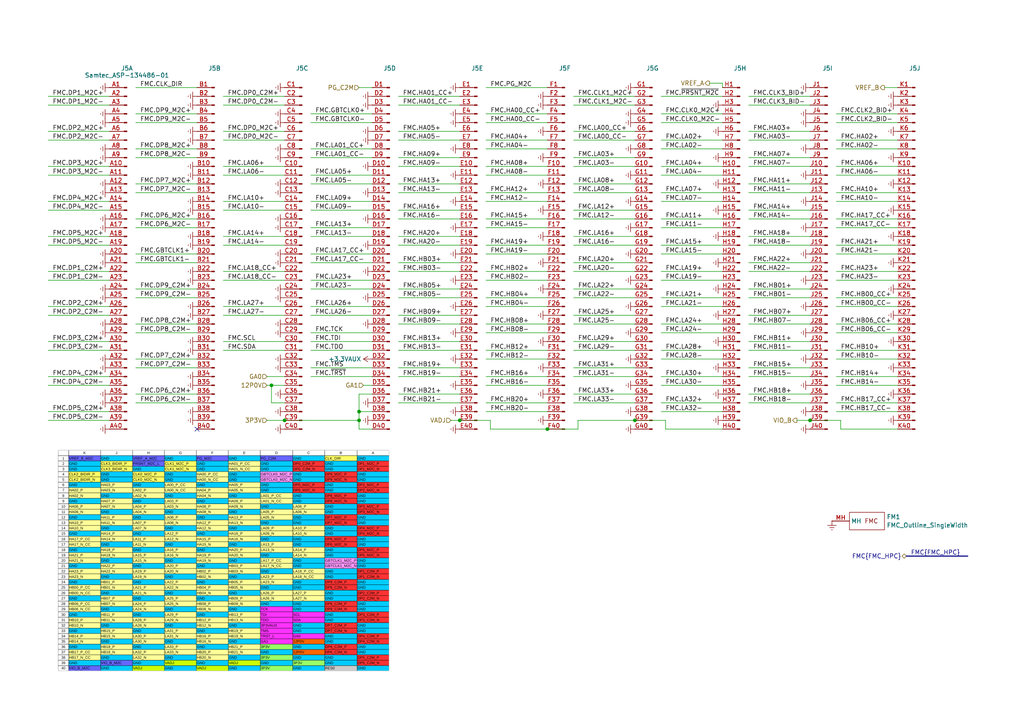
<source format=kicad_sch>
(kicad_sch (version 20231120) (generator "eeschema") (generator_version "8.0")
  (paper "A4")
  (lib_symbols
    (symbol "CHIPSAlliance_Mechanical:FMC_Outline_SingleWidth" (exclude_from_sim yes) (in_bom no)
      (property "Reference" "FM" (at 0 3.81 0))
      (property "Value" "FMC_Outline_SingleWidth" (at 0 -3.81 0))
      (symbol "FMC_Outline_SingleWidth_1_1"
        (text "FMC" (at 1.27 0 0) (effects (font (size 1.27 1.27))))
        (pin passive line (at -10.16 0 0) (length 5.08) (name "MH") (number "MH"))
      )
    )
    (symbol "Connector:Samtec_ASP-134486-01" (pin_names (offset 1.016) hide)
      (property "Reference" "J" (at 0 50.8 0))
      (property "Value" "Samtec_ASP-134486-01" (at 0 -53.34 0))
      (symbol "Samtec_ASP-134486-01_1_1"
        (pin passive line (at -5.08 48.26 0) (length 3.81) (name "Pin_1") (number "A1"))
        (pin passive line (at -5.08 25.4 0) (length 3.81) (name "Pin_10") (number "A10"))
        (pin passive line (at -5.08 22.86 0) (length 3.81) (name "Pin_11") (number "A11"))
        (pin passive line (at -5.08 20.32 0) (length 3.81) (name "Pin_12") (number "A12"))
        (pin passive line (at -5.08 17.78 0) (length 3.81) (name "Pin_13") (number "A13"))
        (pin passive line (at -5.08 15.24 0) (length 3.81) (name "Pin_14") (number "A14"))
        (pin passive line (at -5.08 12.7 0) (length 3.81) (name "Pin_15") (number "A15"))
        (pin passive line (at -5.08 10.16 0) (length 3.81) (name "Pin_16") (number "A16"))
        (pin passive line (at -5.08 7.62 0) (length 3.81) (name "Pin_17") (number "A17"))
        (pin passive line (at -5.08 5.08 0) (length 3.81) (name "Pin_18") (number "A18"))
        (pin passive line (at -5.08 2.54 0) (length 3.81) (name "Pin_19") (number "A19"))
        (pin passive line (at -5.08 45.72 0) (length 3.81) (name "Pin_2") (number "A2"))
        (pin passive line (at -5.08 0 0) (length 3.81) (name "Pin_20") (number "A20"))
        (pin passive line (at -5.08 -2.54 0) (length 3.81) (name "Pin_21") (number "A21"))
        (pin passive line (at -5.08 -5.08 0) (length 3.81) (name "Pin_22") (number "A22"))
        (pin passive line (at -5.08 -7.62 0) (length 3.81) (name "Pin_23") (number "A23"))
        (pin passive line (at -5.08 -10.16 0) (length 3.81) (name "Pin_24") (number "A24"))
        (pin passive line (at -5.08 -12.7 0) (length 3.81) (name "Pin_25") (number "A25"))
        (pin passive line (at -5.08 -15.24 0) (length 3.81) (name "Pin_26") (number "A26"))
        (pin passive line (at -5.08 -17.78 0) (length 3.81) (name "Pin_27") (number "A27"))
        (pin passive line (at -5.08 -20.32 0) (length 3.81) (name "Pin_28") (number "A28"))
        (pin passive line (at -5.08 -22.86 0) (length 3.81) (name "Pin_29") (number "A29"))
        (pin passive line (at -5.08 43.18 0) (length 3.81) (name "Pin_3") (number "A3"))
        (pin passive line (at -5.08 -25.4 0) (length 3.81) (name "Pin_30") (number "A30"))
        (pin passive line (at -5.08 -27.94 0) (length 3.81) (name "Pin_31") (number "A31"))
        (pin passive line (at -5.08 -30.48 0) (length 3.81) (name "Pin_32") (number "A32"))
        (pin passive line (at -5.08 -33.02 0) (length 3.81) (name "Pin_33") (number "A33"))
        (pin passive line (at -5.08 -35.56 0) (length 3.81) (name "Pin_34") (number "A34"))
        (pin passive line (at -5.08 -38.1 0) (length 3.81) (name "Pin_35") (number "A35"))
        (pin passive line (at -5.08 -40.64 0) (length 3.81) (name "Pin_36") (number "A36"))
        (pin passive line (at -5.08 -43.18 0) (length 3.81) (name "Pin_37") (number "A37"))
        (pin passive line (at -5.08 -45.72 0) (length 3.81) (name "Pin_38") (number "A38"))
        (pin passive line (at -5.08 -48.26 0) (length 3.81) (name "Pin_39") (number "A39"))
        (pin passive line (at -5.08 40.64 0) (length 3.81) (name "Pin_4") (number "A4"))
        (pin passive line (at -5.08 -50.8 0) (length 3.81) (name "Pin_40") (number "A40"))
        (pin passive line (at -5.08 38.1 0) (length 3.81) (name "Pin_5") (number "A5"))
        (pin passive line (at -5.08 35.56 0) (length 3.81) (name "Pin_6") (number "A6"))
        (pin passive line (at -5.08 33.02 0) (length 3.81) (name "Pin_7") (number "A7"))
        (pin passive line (at -5.08 30.48 0) (length 3.81) (name "Pin_8") (number "A8"))
        (pin passive line (at -5.08 27.94 0) (length 3.81) (name "Pin_9") (number "A9"))
      )
      (symbol "Samtec_ASP-134486-01_2_1"
        (pin passive line (at -5.08 48.26 0) (length 3.81) (name "Pin_1") (number "B1"))
        (pin passive line (at -5.08 25.4 0) (length 3.81) (name "Pin_10") (number "B10"))
        (pin passive line (at -5.08 22.86 0) (length 3.81) (name "Pin_11") (number "B11"))
        (pin passive line (at -5.08 20.32 0) (length 3.81) (name "Pin_12") (number "B12"))
        (pin passive line (at -5.08 17.78 0) (length 3.81) (name "Pin_13") (number "B13"))
        (pin passive line (at -5.08 15.24 0) (length 3.81) (name "Pin_14") (number "B14"))
        (pin passive line (at -5.08 12.7 0) (length 3.81) (name "Pin_15") (number "B15"))
        (pin passive line (at -5.08 10.16 0) (length 3.81) (name "Pin_16") (number "B16"))
        (pin passive line (at -5.08 7.62 0) (length 3.81) (name "Pin_17") (number "B17"))
        (pin passive line (at -5.08 5.08 0) (length 3.81) (name "Pin_18") (number "B18"))
        (pin passive line (at -5.08 2.54 0) (length 3.81) (name "Pin_19") (number "B19"))
        (pin passive line (at -5.08 45.72 0) (length 3.81) (name "Pin_2") (number "B2"))
        (pin passive line (at -5.08 0 0) (length 3.81) (name "Pin_20") (number "B20"))
        (pin passive line (at -5.08 -2.54 0) (length 3.81) (name "Pin_21") (number "B21"))
        (pin passive line (at -5.08 -5.08 0) (length 3.81) (name "Pin_22") (number "B22"))
        (pin passive line (at -5.08 -7.62 0) (length 3.81) (name "Pin_23") (number "B23"))
        (pin passive line (at -5.08 -10.16 0) (length 3.81) (name "Pin_24") (number "B24"))
        (pin passive line (at -5.08 -12.7 0) (length 3.81) (name "Pin_25") (number "B25"))
        (pin passive line (at -5.08 -15.24 0) (length 3.81) (name "Pin_26") (number "B26"))
        (pin passive line (at -5.08 -17.78 0) (length 3.81) (name "Pin_27") (number "B27"))
        (pin passive line (at -5.08 -20.32 0) (length 3.81) (name "Pin_28") (number "B28"))
        (pin passive line (at -5.08 -22.86 0) (length 3.81) (name "Pin_29") (number "B29"))
        (pin passive line (at -5.08 43.18 0) (length 3.81) (name "Pin_3") (number "B3"))
        (pin passive line (at -5.08 -25.4 0) (length 3.81) (name "Pin_30") (number "B30"))
        (pin passive line (at -5.08 -27.94 0) (length 3.81) (name "Pin_31") (number "B31"))
        (pin passive line (at -5.08 -30.48 0) (length 3.81) (name "Pin_32") (number "B32"))
        (pin passive line (at -5.08 -33.02 0) (length 3.81) (name "Pin_33") (number "B33"))
        (pin passive line (at -5.08 -35.56 0) (length 3.81) (name "Pin_34") (number "B34"))
        (pin passive line (at -5.08 -38.1 0) (length 3.81) (name "Pin_35") (number "B35"))
        (pin passive line (at -5.08 -40.64 0) (length 3.81) (name "Pin_36") (number "B36"))
        (pin passive line (at -5.08 -43.18 0) (length 3.81) (name "Pin_37") (number "B37"))
        (pin passive line (at -5.08 -45.72 0) (length 3.81) (name "Pin_38") (number "B38"))
        (pin passive line (at -5.08 -48.26 0) (length 3.81) (name "Pin_39") (number "B39"))
        (pin passive line (at -5.08 40.64 0) (length 3.81) (name "Pin_4") (number "B4"))
        (pin passive line (at -5.08 -50.8 0) (length 3.81) (name "Pin_40") (number "B40"))
        (pin passive line (at -5.08 38.1 0) (length 3.81) (name "Pin_5") (number "B5"))
        (pin passive line (at -5.08 35.56 0) (length 3.81) (name "Pin_6") (number "B6"))
        (pin passive line (at -5.08 33.02 0) (length 3.81) (name "Pin_7") (number "B7"))
        (pin passive line (at -5.08 30.48 0) (length 3.81) (name "Pin_8") (number "B8"))
        (pin passive line (at -5.08 27.94 0) (length 3.81) (name "Pin_9") (number "B9"))
      )
      (symbol "Samtec_ASP-134486-01_3_1"
        (pin passive line (at -5.08 48.26 0) (length 3.81) (name "Pin_1") (number "C1"))
        (pin passive line (at -5.08 25.4 0) (length 3.81) (name "Pin_10") (number "C10"))
        (pin passive line (at -5.08 22.86 0) (length 3.81) (name "Pin_11") (number "C11"))
        (pin passive line (at -5.08 20.32 0) (length 3.81) (name "Pin_12") (number "C12"))
        (pin passive line (at -5.08 17.78 0) (length 3.81) (name "Pin_13") (number "C13"))
        (pin passive line (at -5.08 15.24 0) (length 3.81) (name "Pin_14") (number "C14"))
        (pin passive line (at -5.08 12.7 0) (length 3.81) (name "Pin_15") (number "C15"))
        (pin passive line (at -5.08 10.16 0) (length 3.81) (name "Pin_16") (number "C16"))
        (pin passive line (at -5.08 7.62 0) (length 3.81) (name "Pin_17") (number "C17"))
        (pin passive line (at -5.08 5.08 0) (length 3.81) (name "Pin_18") (number "C18"))
        (pin passive line (at -5.08 2.54 0) (length 3.81) (name "Pin_19") (number "C19"))
        (pin passive line (at -5.08 45.72 0) (length 3.81) (name "Pin_2") (number "C2"))
        (pin passive line (at -5.08 0 0) (length 3.81) (name "Pin_20") (number "C20"))
        (pin passive line (at -5.08 -2.54 0) (length 3.81) (name "Pin_21") (number "C21"))
        (pin passive line (at -5.08 -5.08 0) (length 3.81) (name "Pin_22") (number "C22"))
        (pin passive line (at -5.08 -7.62 0) (length 3.81) (name "Pin_23") (number "C23"))
        (pin passive line (at -5.08 -10.16 0) (length 3.81) (name "Pin_24") (number "C24"))
        (pin passive line (at -5.08 -12.7 0) (length 3.81) (name "Pin_25") (number "C25"))
        (pin passive line (at -5.08 -15.24 0) (length 3.81) (name "Pin_26") (number "C26"))
        (pin passive line (at -5.08 -17.78 0) (length 3.81) (name "Pin_27") (number "C27"))
        (pin passive line (at -5.08 -20.32 0) (length 3.81) (name "Pin_28") (number "C28"))
        (pin passive line (at -5.08 -22.86 0) (length 3.81) (name "Pin_29") (number "C29"))
        (pin passive line (at -5.08 43.18 0) (length 3.81) (name "Pin_3") (number "C3"))
        (pin passive line (at -5.08 -25.4 0) (length 3.81) (name "Pin_30") (number "C30"))
        (pin passive line (at -5.08 -27.94 0) (length 3.81) (name "Pin_31") (number "C31"))
        (pin passive line (at -5.08 -30.48 0) (length 3.81) (name "Pin_32") (number "C32"))
        (pin passive line (at -5.08 -33.02 0) (length 3.81) (name "Pin_33") (number "C33"))
        (pin passive line (at -5.08 -35.56 0) (length 3.81) (name "Pin_34") (number "C34"))
        (pin passive line (at -5.08 -38.1 0) (length 3.81) (name "Pin_35") (number "C35"))
        (pin passive line (at -5.08 -40.64 0) (length 3.81) (name "Pin_36") (number "C36"))
        (pin passive line (at -5.08 -43.18 0) (length 3.81) (name "Pin_37") (number "C37"))
        (pin passive line (at -5.08 -45.72 0) (length 3.81) (name "Pin_38") (number "C38"))
        (pin passive line (at -5.08 -48.26 0) (length 3.81) (name "Pin_39") (number "C39"))
        (pin passive line (at -5.08 40.64 0) (length 3.81) (name "Pin_4") (number "C4"))
        (pin passive line (at -5.08 -50.8 0) (length 3.81) (name "Pin_40") (number "C40"))
        (pin passive line (at -5.08 38.1 0) (length 3.81) (name "Pin_5") (number "C5"))
        (pin passive line (at -5.08 35.56 0) (length 3.81) (name "Pin_6") (number "C6"))
        (pin passive line (at -5.08 33.02 0) (length 3.81) (name "Pin_7") (number "C7"))
        (pin passive line (at -5.08 30.48 0) (length 3.81) (name "Pin_8") (number "C8"))
        (pin passive line (at -5.08 27.94 0) (length 3.81) (name "Pin_9") (number "C9"))
      )
      (symbol "Samtec_ASP-134486-01_4_1"
        (pin passive line (at -5.08 48.26 0) (length 3.81) (name "Pin_1") (number "D1"))
        (pin passive line (at -5.08 25.4 0) (length 3.81) (name "Pin_10") (number "D10"))
        (pin passive line (at -5.08 22.86 0) (length 3.81) (name "Pin_11") (number "D11"))
        (pin passive line (at -5.08 20.32 0) (length 3.81) (name "Pin_12") (number "D12"))
        (pin passive line (at -5.08 17.78 0) (length 3.81) (name "Pin_13") (number "D13"))
        (pin passive line (at -5.08 15.24 0) (length 3.81) (name "Pin_14") (number "D14"))
        (pin passive line (at -5.08 12.7 0) (length 3.81) (name "Pin_15") (number "D15"))
        (pin passive line (at -5.08 10.16 0) (length 3.81) (name "Pin_16") (number "D16"))
        (pin passive line (at -5.08 7.62 0) (length 3.81) (name "Pin_17") (number "D17"))
        (pin passive line (at -5.08 5.08 0) (length 3.81) (name "Pin_18") (number "D18"))
        (pin passive line (at -5.08 2.54 0) (length 3.81) (name "Pin_19") (number "D19"))
        (pin passive line (at -5.08 45.72 0) (length 3.81) (name "Pin_2") (number "D2"))
        (pin passive line (at -5.08 0 0) (length 3.81) (name "Pin_20") (number "D20"))
        (pin passive line (at -5.08 -2.54 0) (length 3.81) (name "Pin_21") (number "D21"))
        (pin passive line (at -5.08 -5.08 0) (length 3.81) (name "Pin_22") (number "D22"))
        (pin passive line (at -5.08 -7.62 0) (length 3.81) (name "Pin_23") (number "D23"))
        (pin passive line (at -5.08 -10.16 0) (length 3.81) (name "Pin_24") (number "D24"))
        (pin passive line (at -5.08 -12.7 0) (length 3.81) (name "Pin_25") (number "D25"))
        (pin passive line (at -5.08 -15.24 0) (length 3.81) (name "Pin_26") (number "D26"))
        (pin passive line (at -5.08 -17.78 0) (length 3.81) (name "Pin_27") (number "D27"))
        (pin passive line (at -5.08 -20.32 0) (length 3.81) (name "Pin_28") (number "D28"))
        (pin passive line (at -5.08 -22.86 0) (length 3.81) (name "Pin_29") (number "D29"))
        (pin passive line (at -5.08 43.18 0) (length 3.81) (name "Pin_3") (number "D3"))
        (pin passive line (at -5.08 -25.4 0) (length 3.81) (name "Pin_30") (number "D30"))
        (pin passive line (at -5.08 -27.94 0) (length 3.81) (name "Pin_31") (number "D31"))
        (pin passive line (at -5.08 -30.48 0) (length 3.81) (name "Pin_32") (number "D32"))
        (pin passive line (at -5.08 -33.02 0) (length 3.81) (name "Pin_33") (number "D33"))
        (pin passive line (at -5.08 -35.56 0) (length 3.81) (name "Pin_34") (number "D34"))
        (pin passive line (at -5.08 -38.1 0) (length 3.81) (name "Pin_35") (number "D35"))
        (pin passive line (at -5.08 -40.64 0) (length 3.81) (name "Pin_36") (number "D36"))
        (pin passive line (at -5.08 -43.18 0) (length 3.81) (name "Pin_37") (number "D37"))
        (pin passive line (at -5.08 -45.72 0) (length 3.81) (name "Pin_38") (number "D38"))
        (pin passive line (at -5.08 -48.26 0) (length 3.81) (name "Pin_39") (number "D39"))
        (pin passive line (at -5.08 40.64 0) (length 3.81) (name "Pin_4") (number "D4"))
        (pin passive line (at -5.08 -50.8 0) (length 3.81) (name "Pin_40") (number "D40"))
        (pin passive line (at -5.08 38.1 0) (length 3.81) (name "Pin_5") (number "D5"))
        (pin passive line (at -5.08 35.56 0) (length 3.81) (name "Pin_6") (number "D6"))
        (pin passive line (at -5.08 33.02 0) (length 3.81) (name "Pin_7") (number "D7"))
        (pin passive line (at -5.08 30.48 0) (length 3.81) (name "Pin_8") (number "D8"))
        (pin passive line (at -5.08 27.94 0) (length 3.81) (name "Pin_9") (number "D9"))
      )
      (symbol "Samtec_ASP-134486-01_5_1"
        (pin passive line (at -5.08 48.26 0) (length 3.81) (name "Pin_1") (number "E1"))
        (pin passive line (at -5.08 25.4 0) (length 3.81) (name "Pin_10") (number "E10"))
        (pin passive line (at -5.08 22.86 0) (length 3.81) (name "Pin_11") (number "E11"))
        (pin passive line (at -5.08 20.32 0) (length 3.81) (name "Pin_12") (number "E12"))
        (pin passive line (at -5.08 17.78 0) (length 3.81) (name "Pin_13") (number "E13"))
        (pin passive line (at -5.08 15.24 0) (length 3.81) (name "Pin_14") (number "E14"))
        (pin passive line (at -5.08 12.7 0) (length 3.81) (name "Pin_15") (number "E15"))
        (pin passive line (at -5.08 10.16 0) (length 3.81) (name "Pin_16") (number "E16"))
        (pin passive line (at -5.08 7.62 0) (length 3.81) (name "Pin_17") (number "E17"))
        (pin passive line (at -5.08 5.08 0) (length 3.81) (name "Pin_18") (number "E18"))
        (pin passive line (at -5.08 2.54 0) (length 3.81) (name "Pin_19") (number "E19"))
        (pin passive line (at -5.08 45.72 0) (length 3.81) (name "Pin_2") (number "E2"))
        (pin passive line (at -5.08 0 0) (length 3.81) (name "Pin_20") (number "E20"))
        (pin passive line (at -5.08 -2.54 0) (length 3.81) (name "Pin_21") (number "E21"))
        (pin passive line (at -5.08 -5.08 0) (length 3.81) (name "Pin_22") (number "E22"))
        (pin passive line (at -5.08 -7.62 0) (length 3.81) (name "Pin_23") (number "E23"))
        (pin passive line (at -5.08 -10.16 0) (length 3.81) (name "Pin_24") (number "E24"))
        (pin passive line (at -5.08 -12.7 0) (length 3.81) (name "Pin_25") (number "E25"))
        (pin passive line (at -5.08 -15.24 0) (length 3.81) (name "Pin_26") (number "E26"))
        (pin passive line (at -5.08 -17.78 0) (length 3.81) (name "Pin_27") (number "E27"))
        (pin passive line (at -5.08 -20.32 0) (length 3.81) (name "Pin_28") (number "E28"))
        (pin passive line (at -5.08 -22.86 0) (length 3.81) (name "Pin_29") (number "E29"))
        (pin passive line (at -5.08 43.18 0) (length 3.81) (name "Pin_3") (number "E3"))
        (pin passive line (at -5.08 -25.4 0) (length 3.81) (name "Pin_30") (number "E30"))
        (pin passive line (at -5.08 -27.94 0) (length 3.81) (name "Pin_31") (number "E31"))
        (pin passive line (at -5.08 -30.48 0) (length 3.81) (name "Pin_32") (number "E32"))
        (pin passive line (at -5.08 -33.02 0) (length 3.81) (name "Pin_33") (number "E33"))
        (pin passive line (at -5.08 -35.56 0) (length 3.81) (name "Pin_34") (number "E34"))
        (pin passive line (at -5.08 -38.1 0) (length 3.81) (name "Pin_35") (number "E35"))
        (pin passive line (at -5.08 -40.64 0) (length 3.81) (name "Pin_36") (number "E36"))
        (pin passive line (at -5.08 -43.18 0) (length 3.81) (name "Pin_37") (number "E37"))
        (pin passive line (at -5.08 -45.72 0) (length 3.81) (name "Pin_38") (number "E38"))
        (pin passive line (at -5.08 -48.26 0) (length 3.81) (name "Pin_39") (number "E39"))
        (pin passive line (at -5.08 40.64 0) (length 3.81) (name "Pin_4") (number "E4"))
        (pin passive line (at -5.08 -50.8 0) (length 3.81) (name "Pin_40") (number "E40"))
        (pin passive line (at -5.08 38.1 0) (length 3.81) (name "Pin_5") (number "E5"))
        (pin passive line (at -5.08 35.56 0) (length 3.81) (name "Pin_6") (number "E6"))
        (pin passive line (at -5.08 33.02 0) (length 3.81) (name "Pin_7") (number "E7"))
        (pin passive line (at -5.08 30.48 0) (length 3.81) (name "Pin_8") (number "E8"))
        (pin passive line (at -5.08 27.94 0) (length 3.81) (name "Pin_9") (number "E9"))
      )
      (symbol "Samtec_ASP-134486-01_6_1"
        (pin passive line (at -5.08 48.26 0) (length 3.81) (name "Pin_1") (number "F1"))
        (pin passive line (at -5.08 25.4 0) (length 3.81) (name "Pin_10") (number "F10"))
        (pin passive line (at -5.08 22.86 0) (length 3.81) (name "Pin_11") (number "F11"))
        (pin passive line (at -5.08 20.32 0) (length 3.81) (name "Pin_12") (number "F12"))
        (pin passive line (at -5.08 17.78 0) (length 3.81) (name "Pin_13") (number "F13"))
        (pin passive line (at -5.08 15.24 0) (length 3.81) (name "Pin_14") (number "F14"))
        (pin passive line (at -5.08 12.7 0) (length 3.81) (name "Pin_15") (number "F15"))
        (pin passive line (at -5.08 10.16 0) (length 3.81) (name "Pin_16") (number "F16"))
        (pin passive line (at -5.08 7.62 0) (length 3.81) (name "Pin_17") (number "F17"))
        (pin passive line (at -5.08 5.08 0) (length 3.81) (name "Pin_18") (number "F18"))
        (pin passive line (at -5.08 2.54 0) (length 3.81) (name "Pin_19") (number "F19"))
        (pin passive line (at -5.08 45.72 0) (length 3.81) (name "Pin_2") (number "F2"))
        (pin passive line (at -5.08 0 0) (length 3.81) (name "Pin_20") (number "F20"))
        (pin passive line (at -5.08 -2.54 0) (length 3.81) (name "Pin_21") (number "F21"))
        (pin passive line (at -5.08 -5.08 0) (length 3.81) (name "Pin_22") (number "F22"))
        (pin passive line (at -5.08 -7.62 0) (length 3.81) (name "Pin_23") (number "F23"))
        (pin passive line (at -5.08 -10.16 0) (length 3.81) (name "Pin_24") (number "F24"))
        (pin passive line (at -5.08 -12.7 0) (length 3.81) (name "Pin_25") (number "F25"))
        (pin passive line (at -5.08 -15.24 0) (length 3.81) (name "Pin_26") (number "F26"))
        (pin passive line (at -5.08 -17.78 0) (length 3.81) (name "Pin_27") (number "F27"))
        (pin passive line (at -5.08 -20.32 0) (length 3.81) (name "Pin_28") (number "F28"))
        (pin passive line (at -5.08 -22.86 0) (length 3.81) (name "Pin_29") (number "F29"))
        (pin passive line (at -5.08 43.18 0) (length 3.81) (name "Pin_3") (number "F3"))
        (pin passive line (at -5.08 -25.4 0) (length 3.81) (name "Pin_30") (number "F30"))
        (pin passive line (at -5.08 -27.94 0) (length 3.81) (name "Pin_31") (number "F31"))
        (pin passive line (at -5.08 -30.48 0) (length 3.81) (name "Pin_32") (number "F32"))
        (pin passive line (at -5.08 -33.02 0) (length 3.81) (name "Pin_33") (number "F33"))
        (pin passive line (at -5.08 -35.56 0) (length 3.81) (name "Pin_34") (number "F34"))
        (pin passive line (at -5.08 -38.1 0) (length 3.81) (name "Pin_35") (number "F35"))
        (pin passive line (at -5.08 -40.64 0) (length 3.81) (name "Pin_36") (number "F36"))
        (pin passive line (at -5.08 -43.18 0) (length 3.81) (name "Pin_37") (number "F37"))
        (pin passive line (at -5.08 -45.72 0) (length 3.81) (name "Pin_38") (number "F38"))
        (pin passive line (at -5.08 -48.26 0) (length 3.81) (name "Pin_39") (number "F39"))
        (pin passive line (at -5.08 40.64 0) (length 3.81) (name "Pin_4") (number "F4"))
        (pin passive line (at -5.08 -50.8 0) (length 3.81) (name "Pin_40") (number "F40"))
        (pin passive line (at -5.08 38.1 0) (length 3.81) (name "Pin_5") (number "F5"))
        (pin passive line (at -5.08 35.56 0) (length 3.81) (name "Pin_6") (number "F6"))
        (pin passive line (at -5.08 33.02 0) (length 3.81) (name "Pin_7") (number "F7"))
        (pin passive line (at -5.08 30.48 0) (length 3.81) (name "Pin_8") (number "F8"))
        (pin passive line (at -5.08 27.94 0) (length 3.81) (name "Pin_9") (number "F9"))
      )
      (symbol "Samtec_ASP-134486-01_7_1"
        (pin passive line (at -5.08 48.26 0) (length 3.81) (name "Pin_1") (number "G1"))
        (pin passive line (at -5.08 25.4 0) (length 3.81) (name "Pin_10") (number "G10"))
        (pin passive line (at -5.08 22.86 0) (length 3.81) (name "Pin_11") (number "G11"))
        (pin passive line (at -5.08 20.32 0) (length 3.81) (name "Pin_12") (number "G12"))
        (pin passive line (at -5.08 17.78 0) (length 3.81) (name "Pin_13") (number "G13"))
        (pin passive line (at -5.08 15.24 0) (length 3.81) (name "Pin_14") (number "G14"))
        (pin passive line (at -5.08 12.7 0) (length 3.81) (name "Pin_15") (number "G15"))
        (pin passive line (at -5.08 10.16 0) (length 3.81) (name "Pin_16") (number "G16"))
        (pin passive line (at -5.08 7.62 0) (length 3.81) (name "Pin_17") (number "G17"))
        (pin passive line (at -5.08 5.08 0) (length 3.81) (name "Pin_18") (number "G18"))
        (pin passive line (at -5.08 2.54 0) (length 3.81) (name "Pin_19") (number "G19"))
        (pin passive line (at -5.08 45.72 0) (length 3.81) (name "Pin_2") (number "G2"))
        (pin passive line (at -5.08 0 0) (length 3.81) (name "Pin_20") (number "G20"))
        (pin passive line (at -5.08 -2.54 0) (length 3.81) (name "Pin_21") (number "G21"))
        (pin passive line (at -5.08 -5.08 0) (length 3.81) (name "Pin_22") (number "G22"))
        (pin passive line (at -5.08 -7.62 0) (length 3.81) (name "Pin_23") (number "G23"))
        (pin passive line (at -5.08 -10.16 0) (length 3.81) (name "Pin_24") (number "G24"))
        (pin passive line (at -5.08 -12.7 0) (length 3.81) (name "Pin_25") (number "G25"))
        (pin passive line (at -5.08 -15.24 0) (length 3.81) (name "Pin_26") (number "G26"))
        (pin passive line (at -5.08 -17.78 0) (length 3.81) (name "Pin_27") (number "G27"))
        (pin passive line (at -5.08 -20.32 0) (length 3.81) (name "Pin_28") (number "G28"))
        (pin passive line (at -5.08 -22.86 0) (length 3.81) (name "Pin_29") (number "G29"))
        (pin passive line (at -5.08 43.18 0) (length 3.81) (name "Pin_3") (number "G3"))
        (pin passive line (at -5.08 -25.4 0) (length 3.81) (name "Pin_30") (number "G30"))
        (pin passive line (at -5.08 -27.94 0) (length 3.81) (name "Pin_31") (number "G31"))
        (pin passive line (at -5.08 -30.48 0) (length 3.81) (name "Pin_32") (number "G32"))
        (pin passive line (at -5.08 -33.02 0) (length 3.81) (name "Pin_33") (number "G33"))
        (pin passive line (at -5.08 -35.56 0) (length 3.81) (name "Pin_34") (number "G34"))
        (pin passive line (at -5.08 -38.1 0) (length 3.81) (name "Pin_35") (number "G35"))
        (pin passive line (at -5.08 -40.64 0) (length 3.81) (name "Pin_36") (number "G36"))
        (pin passive line (at -5.08 -43.18 0) (length 3.81) (name "Pin_37") (number "G37"))
        (pin passive line (at -5.08 -45.72 0) (length 3.81) (name "Pin_38") (number "G38"))
        (pin passive line (at -5.08 -48.26 0) (length 3.81) (name "Pin_39") (number "G39"))
        (pin passive line (at -5.08 40.64 0) (length 3.81) (name "Pin_4") (number "G4"))
        (pin passive line (at -5.08 -50.8 0) (length 3.81) (name "Pin_40") (number "G40"))
        (pin passive line (at -5.08 38.1 0) (length 3.81) (name "Pin_5") (number "G5"))
        (pin passive line (at -5.08 35.56 0) (length 3.81) (name "Pin_6") (number "G6"))
        (pin passive line (at -5.08 33.02 0) (length 3.81) (name "Pin_7") (number "G7"))
        (pin passive line (at -5.08 30.48 0) (length 3.81) (name "Pin_8") (number "G8"))
        (pin passive line (at -5.08 27.94 0) (length 3.81) (name "Pin_9") (number "G9"))
      )
      (symbol "Samtec_ASP-134486-01_8_1"
        (pin passive line (at -5.08 48.26 0) (length 3.81) (name "Pin_1") (number "H1"))
        (pin passive line (at -5.08 25.4 0) (length 3.81) (name "Pin_10") (number "H10"))
        (pin passive line (at -5.08 22.86 0) (length 3.81) (name "Pin_11") (number "H11"))
        (pin passive line (at -5.08 20.32 0) (length 3.81) (name "Pin_12") (number "H12"))
        (pin passive line (at -5.08 17.78 0) (length 3.81) (name "Pin_13") (number "H13"))
        (pin passive line (at -5.08 15.24 0) (length 3.81) (name "Pin_14") (number "H14"))
        (pin passive line (at -5.08 12.7 0) (length 3.81) (name "Pin_15") (number "H15"))
        (pin passive line (at -5.08 10.16 0) (length 3.81) (name "Pin_16") (number "H16"))
        (pin passive line (at -5.08 7.62 0) (length 3.81) (name "Pin_17") (number "H17"))
        (pin passive line (at -5.08 5.08 0) (length 3.81) (name "Pin_18") (number "H18"))
        (pin passive line (at -5.08 2.54 0) (length 3.81) (name "Pin_19") (number "H19"))
        (pin passive line (at -5.08 45.72 0) (length 3.81) (name "Pin_2") (number "H2"))
        (pin passive line (at -5.08 0 0) (length 3.81) (name "Pin_20") (number "H20"))
        (pin passive line (at -5.08 -2.54 0) (length 3.81) (name "Pin_21") (number "H21"))
        (pin passive line (at -5.08 -5.08 0) (length 3.81) (name "Pin_22") (number "H22"))
        (pin passive line (at -5.08 -7.62 0) (length 3.81) (name "Pin_23") (number "H23"))
        (pin passive line (at -5.08 -10.16 0) (length 3.81) (name "Pin_24") (number "H24"))
        (pin passive line (at -5.08 -12.7 0) (length 3.81) (name "Pin_25") (number "H25"))
        (pin passive line (at -5.08 -15.24 0) (length 3.81) (name "Pin_26") (number "H26"))
        (pin passive line (at -5.08 -17.78 0) (length 3.81) (name "Pin_27") (number "H27"))
        (pin passive line (at -5.08 -20.32 0) (length 3.81) (name "Pin_28") (number "H28"))
        (pin passive line (at -5.08 -22.86 0) (length 3.81) (name "Pin_29") (number "H29"))
        (pin passive line (at -5.08 43.18 0) (length 3.81) (name "Pin_3") (number "H3"))
        (pin passive line (at -5.08 -25.4 0) (length 3.81) (name "Pin_30") (number "H30"))
        (pin passive line (at -5.08 -27.94 0) (length 3.81) (name "Pin_31") (number "H31"))
        (pin passive line (at -5.08 -30.48 0) (length 3.81) (name "Pin_32") (number "H32"))
        (pin passive line (at -5.08 -33.02 0) (length 3.81) (name "Pin_33") (number "H33"))
        (pin passive line (at -5.08 -35.56 0) (length 3.81) (name "Pin_34") (number "H34"))
        (pin passive line (at -5.08 -38.1 0) (length 3.81) (name "Pin_35") (number "H35"))
        (pin passive line (at -5.08 -40.64 0) (length 3.81) (name "Pin_36") (number "H36"))
        (pin passive line (at -5.08 -43.18 0) (length 3.81) (name "Pin_37") (number "H37"))
        (pin passive line (at -5.08 -45.72 0) (length 3.81) (name "Pin_38") (number "H38"))
        (pin passive line (at -5.08 -48.26 0) (length 3.81) (name "Pin_39") (number "H39"))
        (pin passive line (at -5.08 40.64 0) (length 3.81) (name "Pin_4") (number "H4"))
        (pin passive line (at -5.08 -50.8 0) (length 3.81) (name "Pin_40") (number "H40"))
        (pin passive line (at -5.08 38.1 0) (length 3.81) (name "Pin_5") (number "H5"))
        (pin passive line (at -5.08 35.56 0) (length 3.81) (name "Pin_6") (number "H6"))
        (pin passive line (at -5.08 33.02 0) (length 3.81) (name "Pin_7") (number "H7"))
        (pin passive line (at -5.08 30.48 0) (length 3.81) (name "Pin_8") (number "H8"))
        (pin passive line (at -5.08 27.94 0) (length 3.81) (name "Pin_9") (number "H9"))
      )
      (symbol "Samtec_ASP-134486-01_9_1"
        (pin passive line (at -5.08 48.26 0) (length 3.81) (name "Pin_1") (number "J1"))
        (pin passive line (at -5.08 25.4 0) (length 3.81) (name "Pin_10") (number "J10"))
        (pin passive line (at -5.08 22.86 0) (length 3.81) (name "Pin_11") (number "J11"))
        (pin passive line (at -5.08 20.32 0) (length 3.81) (name "Pin_12") (number "J12"))
        (pin passive line (at -5.08 17.78 0) (length 3.81) (name "Pin_13") (number "J13"))
        (pin passive line (at -5.08 15.24 0) (length 3.81) (name "Pin_14") (number "J14"))
        (pin passive line (at -5.08 12.7 0) (length 3.81) (name "Pin_15") (number "J15"))
        (pin passive line (at -5.08 10.16 0) (length 3.81) (name "Pin_16") (number "J16"))
        (pin passive line (at -5.08 7.62 0) (length 3.81) (name "Pin_17") (number "J17"))
        (pin passive line (at -5.08 5.08 0) (length 3.81) (name "Pin_18") (number "J18"))
        (pin passive line (at -5.08 2.54 0) (length 3.81) (name "Pin_19") (number "J19"))
        (pin passive line (at -5.08 45.72 0) (length 3.81) (name "Pin_2") (number "J2"))
        (pin passive line (at -5.08 0 0) (length 3.81) (name "Pin_20") (number "J20"))
        (pin passive line (at -5.08 -2.54 0) (length 3.81) (name "Pin_21") (number "J21"))
        (pin passive line (at -5.08 -5.08 0) (length 3.81) (name "Pin_22") (number "J22"))
        (pin passive line (at -5.08 -7.62 0) (length 3.81) (name "Pin_23") (number "J23"))
        (pin passive line (at -5.08 -10.16 0) (length 3.81) (name "Pin_24") (number "J24"))
        (pin passive line (at -5.08 -12.7 0) (length 3.81) (name "Pin_25") (number "J25"))
        (pin passive line (at -5.08 -15.24 0) (length 3.81) (name "Pin_26") (number "J26"))
        (pin passive line (at -5.08 -17.78 0) (length 3.81) (name "Pin_27") (number "J27"))
        (pin passive line (at -5.08 -20.32 0) (length 3.81) (name "Pin_28") (number "J28"))
        (pin passive line (at -5.08 -22.86 0) (length 3.81) (name "Pin_29") (number "J29"))
        (pin passive line (at -5.08 43.18 0) (length 3.81) (name "Pin_3") (number "J3"))
        (pin passive line (at -5.08 -25.4 0) (length 3.81) (name "Pin_30") (number "J30"))
        (pin passive line (at -5.08 -27.94 0) (length 3.81) (name "Pin_31") (number "J31"))
        (pin passive line (at -5.08 -30.48 0) (length 3.81) (name "Pin_32") (number "J32"))
        (pin passive line (at -5.08 -33.02 0) (length 3.81) (name "Pin_33") (number "J33"))
        (pin passive line (at -5.08 -35.56 0) (length 3.81) (name "Pin_34") (number "J34"))
        (pin passive line (at -5.08 -38.1 0) (length 3.81) (name "Pin_35") (number "J35"))
        (pin passive line (at -5.08 -40.64 0) (length 3.81) (name "Pin_36") (number "J36"))
        (pin passive line (at -5.08 -43.18 0) (length 3.81) (name "Pin_37") (number "J37"))
        (pin passive line (at -5.08 -45.72 0) (length 3.81) (name "Pin_38") (number "J38"))
        (pin passive line (at -5.08 -48.26 0) (length 3.81) (name "Pin_39") (number "J39"))
        (pin passive line (at -5.08 40.64 0) (length 3.81) (name "Pin_4") (number "J4"))
        (pin passive line (at -5.08 -50.8 0) (length 3.81) (name "Pin_40") (number "J40"))
        (pin passive line (at -5.08 38.1 0) (length 3.81) (name "Pin_5") (number "J5"))
        (pin passive line (at -5.08 35.56 0) (length 3.81) (name "Pin_6") (number "J6"))
        (pin passive line (at -5.08 33.02 0) (length 3.81) (name "Pin_7") (number "J7"))
        (pin passive line (at -5.08 30.48 0) (length 3.81) (name "Pin_8") (number "J8"))
        (pin passive line (at -5.08 27.94 0) (length 3.81) (name "Pin_9") (number "J9"))
      )
      (symbol "Samtec_ASP-134486-01_10_1"
        (pin passive line (at -5.08 48.26 0) (length 3.81) (name "Pin_1") (number "K1"))
        (pin passive line (at -5.08 25.4 0) (length 3.81) (name "Pin_10") (number "K10"))
        (pin passive line (at -5.08 22.86 0) (length 3.81) (name "Pin_11") (number "K11"))
        (pin passive line (at -5.08 20.32 0) (length 3.81) (name "Pin_12") (number "K12"))
        (pin passive line (at -5.08 17.78 0) (length 3.81) (name "Pin_13") (number "K13"))
        (pin passive line (at -5.08 15.24 0) (length 3.81) (name "Pin_14") (number "K14"))
        (pin passive line (at -5.08 12.7 0) (length 3.81) (name "Pin_15") (number "K15"))
        (pin passive line (at -5.08 10.16 0) (length 3.81) (name "Pin_16") (number "K16"))
        (pin passive line (at -5.08 7.62 0) (length 3.81) (name "Pin_17") (number "K17"))
        (pin passive line (at -5.08 5.08 0) (length 3.81) (name "Pin_18") (number "K18"))
        (pin passive line (at -5.08 2.54 0) (length 3.81) (name "Pin_19") (number "K19"))
        (pin passive line (at -5.08 45.72 0) (length 3.81) (name "Pin_2") (number "K2"))
        (pin passive line (at -5.08 0 0) (length 3.81) (name "Pin_20") (number "K20"))
        (pin passive line (at -5.08 -2.54 0) (length 3.81) (name "Pin_21") (number "K21"))
        (pin passive line (at -5.08 -5.08 0) (length 3.81) (name "Pin_22") (number "K22"))
        (pin passive line (at -5.08 -7.62 0) (length 3.81) (name "Pin_23") (number "K23"))
        (pin passive line (at -5.08 -10.16 0) (length 3.81) (name "Pin_24") (number "K24"))
        (pin passive line (at -5.08 -12.7 0) (length 3.81) (name "Pin_25") (number "K25"))
        (pin passive line (at -5.08 -15.24 0) (length 3.81) (name "Pin_26") (number "K26"))
        (pin passive line (at -5.08 -17.78 0) (length 3.81) (name "Pin_27") (number "K27"))
        (pin passive line (at -5.08 -20.32 0) (length 3.81) (name "Pin_28") (number "K28"))
        (pin passive line (at -5.08 -22.86 0) (length 3.81) (name "Pin_29") (number "K29"))
        (pin passive line (at -5.08 43.18 0) (length 3.81) (name "Pin_3") (number "K3"))
        (pin passive line (at -5.08 -25.4 0) (length 3.81) (name "Pin_30") (number "K30"))
        (pin passive line (at -5.08 -27.94 0) (length 3.81) (name "Pin_31") (number "K31"))
        (pin passive line (at -5.08 -30.48 0) (length 3.81) (name "Pin_32") (number "K32"))
        (pin passive line (at -5.08 -33.02 0) (length 3.81) (name "Pin_33") (number "K33"))
        (pin passive line (at -5.08 -35.56 0) (length 3.81) (name "Pin_34") (number "K34"))
        (pin passive line (at -5.08 -38.1 0) (length 3.81) (name "Pin_35") (number "K35"))
        (pin passive line (at -5.08 -40.64 0) (length 3.81) (name "Pin_36") (number "K36"))
        (pin passive line (at -5.08 -43.18 0) (length 3.81) (name "Pin_37") (number "K37"))
        (pin passive line (at -5.08 -45.72 0) (length 3.81) (name "Pin_38") (number "K38"))
        (pin passive line (at -5.08 -48.26 0) (length 3.81) (name "Pin_39") (number "K39"))
        (pin passive line (at -5.08 40.64 0) (length 3.81) (name "Pin_4") (number "K4"))
        (pin passive line (at -5.08 -50.8 0) (length 3.81) (name "Pin_40") (number "K40"))
        (pin passive line (at -5.08 38.1 0) (length 3.81) (name "Pin_5") (number "K5"))
        (pin passive line (at -5.08 35.56 0) (length 3.81) (name "Pin_6") (number "K6"))
        (pin passive line (at -5.08 33.02 0) (length 3.81) (name "Pin_7") (number "K7"))
        (pin passive line (at -5.08 30.48 0) (length 3.81) (name "Pin_8") (number "K8"))
        (pin passive line (at -5.08 27.94 0) (length 3.81) (name "Pin_9") (number "K9"))
      )
    )
    (symbol "power:+12V" (power) (pin_numbers hide) (pin_names (offset 0) hide)
      (property "Value" "+12V" (at 0 3.556 0))
      (symbol "+12V_1_1"
        (pin power_in line (at 0 0 90) (length 0) (name "~") (number "1"))
      )
    )
    (symbol "power:Earth" (power) (pin_numbers hide) (pin_names (offset 0) hide)
      (property "Value" "Earth" (at 0 -3.81 0))
      (symbol "Earth_1_1"
        (pin power_in line (at 0 0 270) (length 0) (name "~") (number "1"))
      )
    )
  )
  (junction (at 104.14 119.38))
  (junction (at 78.74 111.76))
  (junction (at 82.55 121.92))
  (junction (at 133.35 121.92))
  (junction (at 104.14 121.92))
  (junction (at 234.95 121.92))
  (junction (at 158.75 124.46))
  (junction (at 184.15 121.92))
  (no_connect (at 57.15 124.46))
  (wire (pts (xy 242.57 43.18) (xy 260.35 43.18)))
  (wire (pts (xy 105.41 111.76) (xy 107.95 111.76)))
  (wire (pts (xy 90.17 45.72) (xy 107.95 45.72)))
  (wire (pts (xy 242.57 104.14) (xy 260.35 104.14)))
  (wire (pts (xy 64.77 68.58) (xy 82.55 68.58)))
  (wire (pts (xy 140.97 88.9) (xy 158.75 88.9)))
  (wire (pts (xy 166.37 83.82) (xy 184.15 83.82)))
  (wire (pts (xy 191.77 116.84) (xy 209.55 116.84)))
  (wire (pts (xy 115.57 93.98) (xy 133.35 93.98)))
  (wire (pts (xy 191.77 66.04) (xy 209.55 66.04)))
  (wire (pts (xy 107.95 114.3) (xy 104.14 114.3)))
  (wire (pts (xy 242.57 33.02) (xy 260.35 33.02)))
  (wire (pts (xy 13.97 111.76) (xy 31.75 111.76)))
  (wire (pts (xy 209.55 24.13) (xy 209.55 25.4)))
  (wire (pts (xy 39.37 35.56) (xy 57.15 35.56)))
  (wire (pts (xy 217.17 45.72) (xy 234.95 45.72)))
  (wire (pts (xy 115.57 116.84) (xy 133.35 116.84)))
  (wire (pts (xy 77.47 109.22) (xy 82.55 109.22)))
  (wire (pts (xy 64.77 88.9) (xy 82.55 88.9)))
  (wire (pts (xy 39.37 53.34) (xy 57.15 53.34)))
  (wire (pts (xy 140.97 43.18) (xy 158.75 43.18)))
  (wire (pts (xy 90.17 73.66) (xy 107.95 73.66)))
  (wire (pts (xy 166.37 99.06) (xy 184.15 99.06)))
  (wire (pts (xy 242.57 116.84) (xy 260.35 116.84)))
  (wire (pts (xy 104.14 114.3) (xy 104.14 119.38)))
  (wire (pts (xy 191.77 78.74) (xy 209.55 78.74)))
  (wire (pts (xy 140.97 55.88) (xy 158.75 55.88)))
  (wire (pts (xy 140.97 119.38) (xy 158.75 119.38)))
  (wire (pts (xy 242.57 63.5) (xy 260.35 63.5)))
  (wire (pts (xy 64.77 27.94) (xy 82.55 27.94)))
  (wire (pts (xy 140.97 86.36) (xy 158.75 86.36)))
  (wire (pts (xy 242.57 35.56) (xy 260.35 35.56)))
  (wire (pts (xy 13.97 71.12) (xy 31.75 71.12)))
  (wire (pts (xy 64.77 81.28) (xy 82.55 81.28)))
  (wire (pts (xy 13.97 68.58) (xy 31.75 68.58)))
  (wire (pts (xy 64.77 71.12) (xy 82.55 71.12)))
  (wire (pts (xy 115.57 63.5) (xy 133.35 63.5)))
  (wire (pts (xy 104.14 25.4) (xy 107.95 25.4)))
  (wire (pts (xy 209.55 124.46) (xy 193.04 124.46)))
  (wire (pts (xy 242.57 78.74) (xy 260.35 78.74)))
  (wire (pts (xy 217.17 63.5) (xy 234.95 63.5)))
  (wire (pts (xy 217.17 27.94) (xy 234.95 27.94)))
  (wire (pts (xy 140.97 104.14) (xy 158.75 104.14)))
  (wire (pts (xy 64.77 30.48) (xy 82.55 30.48)))
  (wire (pts (xy 140.97 116.84) (xy 158.75 116.84)))
  (wire (pts (xy 166.37 109.22) (xy 184.15 109.22)))
  (wire (pts (xy 217.17 86.36) (xy 234.95 86.36)))
  (wire (pts (xy 191.77 43.18) (xy 209.55 43.18)))
  (wire (pts (xy 191.77 55.88) (xy 209.55 55.88)))
  (wire (pts (xy 115.57 114.3) (xy 133.35 114.3)))
  (wire (pts (xy 13.97 48.26) (xy 31.75 48.26)))
  (wire (pts (xy 191.77 93.98) (xy 209.55 93.98)))
  (wire (pts (xy 39.37 66.04) (xy 57.15 66.04)))
  (wire (pts (xy 115.57 55.88) (xy 133.35 55.88)))
  (wire (pts (xy 217.17 93.98) (xy 234.95 93.98)))
  (wire (pts (xy 130.81 121.92) (xy 133.35 121.92)))
  (wire (pts (xy 140.97 50.8) (xy 158.75 50.8)))
  (wire (pts (xy 115.57 48.26) (xy 133.35 48.26)))
  (wire (pts (xy 217.17 78.74) (xy 234.95 78.74)))
  (wire (pts (xy 217.17 71.12) (xy 234.95 71.12)))
  (wire (pts (xy 140.97 96.52) (xy 158.75 96.52)))
  (wire (pts (xy 115.57 106.68) (xy 133.35 106.68)))
  (wire (pts (xy 166.37 38.1) (xy 184.15 38.1)))
  (wire (pts (xy 90.17 76.2) (xy 107.95 76.2)))
  (wire (pts (xy 243.84 121.92) (xy 234.95 121.92)))
  (wire (pts (xy 242.57 86.36) (xy 260.35 86.36)))
  (wire (pts (xy 39.37 104.14) (xy 57.15 104.14)))
  (wire (pts (xy 13.97 50.8) (xy 31.75 50.8)))
  (wire (pts (xy 166.37 116.84) (xy 184.15 116.84)))
  (wire (pts (xy 242.57 96.52) (xy 260.35 96.52)))
  (wire (pts (xy 166.37 106.68) (xy 184.15 106.68)))
  (wire (pts (xy 115.57 27.94) (xy 133.35 27.94)))
  (wire (pts (xy 166.37 27.94) (xy 184.15 27.94)))
  (wire (pts (xy 115.57 99.06) (xy 133.35 99.06)))
  (wire (pts (xy 13.97 27.94) (xy 31.75 27.94)))
  (wire (pts (xy 191.77 109.22) (xy 209.55 109.22)))
  (wire (pts (xy 64.77 78.74) (xy 82.55 78.74)))
  (wire (pts (xy 217.17 114.3) (xy 234.95 114.3)))
  (wire (pts (xy 167.64 121.92) (xy 167.64 124.46)))
  (wire (pts (xy 242.57 119.38) (xy 260.35 119.38)))
  (wire (pts (xy 140.97 111.76) (xy 158.75 111.76)))
  (wire (pts (xy 166.37 86.36) (xy 184.15 86.36)))
  (wire (pts (xy 166.37 40.64) (xy 184.15 40.64)))
  (wire (pts (xy 231.14 121.92) (xy 234.95 121.92)))
  (wire (pts (xy 140.97 25.4) (xy 158.75 25.4)))
  (wire (pts (xy 115.57 45.72) (xy 133.35 45.72)))
  (wire (pts (xy 115.57 109.22) (xy 133.35 109.22)))
  (wire (pts (xy 217.17 40.64) (xy 234.95 40.64)))
  (wire (pts (xy 140.97 66.04) (xy 158.75 66.04)))
  (wire (pts (xy 242.57 88.9) (xy 260.35 88.9)))
  (wire (pts (xy 39.37 114.3) (xy 57.15 114.3)))
  (wire (pts (xy 78.74 116.84) (xy 82.55 116.84)))
  (wire (pts (xy 191.77 58.42) (xy 209.55 58.42)))
  (wire (pts (xy 142.24 124.46) (xy 142.24 121.92)))
  (wire (pts (xy 64.77 91.44) (xy 82.55 91.44)))
  (wire (pts (xy 115.57 101.6) (xy 133.35 101.6)))
  (wire (pts (xy 242.57 93.98) (xy 260.35 93.98)))
  (wire (pts (xy 39.37 63.5) (xy 57.15 63.5)))
  (wire (pts (xy 13.97 101.6) (xy 31.75 101.6)))
  (wire (pts (xy 166.37 91.44) (xy 184.15 91.44)))
  (wire (pts (xy 39.37 116.84) (xy 57.15 116.84)))
  (wire (pts (xy 242.57 73.66) (xy 260.35 73.66)))
  (wire (pts (xy 140.97 101.6) (xy 158.75 101.6)))
  (wire (pts (xy 90.17 83.82) (xy 107.95 83.82)))
  (wire (pts (xy 39.37 45.72) (xy 57.15 45.72)))
  (wire (pts (xy 78.74 111.76) (xy 78.74 116.84)))
  (wire (pts (xy 64.77 40.64) (xy 82.55 40.64)))
  (wire (pts (xy 166.37 45.72) (xy 184.15 45.72)))
  (wire (pts (xy 217.17 60.96) (xy 234.95 60.96)))
  (wire (pts (xy 140.97 63.5) (xy 158.75 63.5)))
  (wire (pts (xy 115.57 53.34) (xy 133.35 53.34)))
  (wire (pts (xy 191.77 73.66) (xy 209.55 73.66)))
  (wire (pts (xy 13.97 60.96) (xy 31.75 60.96)))
  (wire (pts (xy 242.57 58.42) (xy 260.35 58.42)))
  (wire (pts (xy 191.77 81.28) (xy 209.55 81.28)))
  (wire (pts (xy 191.77 63.5) (xy 209.55 63.5)))
  (wire (pts (xy 191.77 27.94) (xy 209.55 27.94)))
  (wire (pts (xy 90.17 35.56) (xy 107.95 35.56)))
  (wire (pts (xy 64.77 58.42) (xy 82.55 58.42)))
  (wire (pts (xy 140.97 78.74) (xy 158.75 78.74)))
  (wire (pts (xy 184.15 121.92) (xy 167.64 121.92)))
  (wire (pts (xy 166.37 93.98) (xy 184.15 93.98)))
  (wire (pts (xy 39.37 43.18) (xy 57.15 43.18)))
  (wire (pts (xy 191.77 96.52) (xy 209.55 96.52)))
  (wire (pts (xy 13.97 40.64) (xy 31.75 40.64)))
  (wire (pts (xy 90.17 101.6) (xy 107.95 101.6)))
  (wire (pts (xy 140.97 33.02) (xy 158.75 33.02)))
  (wire (pts (xy 77.47 111.76) (xy 78.74 111.76)))
  (wire (pts (xy 64.77 60.96) (xy 82.55 60.96)))
  (wire (pts (xy 166.37 48.26) (xy 184.15 48.26)))
  (wire (pts (xy 242.57 109.22) (xy 260.35 109.22)))
  (wire (pts (xy 140.97 81.28) (xy 158.75 81.28)))
  (wire (pts (xy 90.17 33.02) (xy 107.95 33.02)))
  (wire (pts (xy 64.77 99.06) (xy 82.55 99.06)))
  (wire (pts (xy 39.37 96.52) (xy 57.15 96.52)))
  (wire (pts (xy 104.14 119.38) (xy 104.14 121.92)))
  (wire (pts (xy 158.75 124.46) (xy 167.64 124.46)))
  (wire (pts (xy 242.57 81.28) (xy 260.35 81.28)))
  (wire (pts (xy 205.74 24.13) (xy 209.55 24.13)))
  (wire (pts (xy 217.17 99.06) (xy 234.95 99.06)))
  (wire (pts (xy 13.97 38.1) (xy 31.75 38.1)))
  (wire (pts (xy 166.37 53.34) (xy 184.15 53.34)))
  (wire (pts (xy 166.37 60.96) (xy 184.15 60.96)))
  (wire (pts (xy 13.97 119.38) (xy 31.75 119.38)))
  (bus (pts (xy 262.89 161.29) (xy 280.67 161.29)))
  (wire (pts (xy 90.17 60.96) (xy 107.95 60.96)))
  (wire (pts (xy 166.37 76.2) (xy 184.15 76.2)))
  (wire (pts (xy 217.17 91.44) (xy 234.95 91.44)))
  (wire (pts (xy 140.97 93.98) (xy 158.75 93.98)))
  (wire (pts (xy 140.97 40.64) (xy 158.75 40.64)))
  (wire (pts (xy 242.57 66.04) (xy 260.35 66.04)))
  (wire (pts (xy 115.57 68.58) (xy 133.35 68.58)))
  (wire (pts (xy 90.17 43.18) (xy 107.95 43.18)))
  (wire (pts (xy 243.84 124.46) (xy 243.84 121.92)))
  (wire (pts (xy 166.37 71.12) (xy 184.15 71.12)))
  (wire (pts (xy 90.17 66.04) (xy 107.95 66.04)))
  (wire (pts (xy 13.97 109.22) (xy 31.75 109.22)))
  (wire (pts (xy 64.77 50.8) (xy 82.55 50.8)))
  (wire (pts (xy 115.57 91.44) (xy 133.35 91.44)))
  (wire (pts (xy 191.77 119.38) (xy 209.55 119.38)))
  (wire (pts (xy 260.35 124.46) (xy 243.84 124.46)))
  (wire (pts (xy 115.57 40.64) (xy 133.35 40.64)))
  (wire (pts (xy 82.55 111.76) (xy 78.74 111.76)))
  (wire (pts (xy 217.17 83.82) (xy 234.95 83.82)))
  (wire (pts (xy 140.97 73.66) (xy 158.75 73.66)))
  (wire (pts (xy 39.37 76.2) (xy 57.15 76.2)))
  (wire (pts (xy 166.37 63.5) (xy 184.15 63.5)))
  (wire (pts (xy 13.97 91.44) (xy 31.75 91.44)))
  (wire (pts (xy 242.57 71.12) (xy 260.35 71.12)))
  (wire (pts (xy 90.17 109.22) (xy 107.95 109.22)))
  (wire (pts (xy 115.57 83.82) (xy 133.35 83.82)))
  (wire (pts (xy 39.37 106.68) (xy 57.15 106.68)))
  (wire (pts (xy 115.57 78.74) (xy 133.35 78.74)))
  (wire (pts (xy 166.37 68.58) (xy 184.15 68.58)))
  (wire (pts (xy 242.57 55.88) (xy 260.35 55.88)))
  (wire (pts (xy 217.17 106.68) (xy 234.95 106.68)))
  (wire (pts (xy 104.14 119.38) (xy 107.95 119.38)))
  (wire (pts (xy 13.97 58.42) (xy 31.75 58.42)))
  (wire (pts (xy 140.97 48.26) (xy 158.75 48.26)))
  (wire (pts (xy 166.37 30.48) (xy 184.15 30.48)))
  (wire (pts (xy 217.17 38.1) (xy 234.95 38.1)))
  (wire (pts (xy 140.97 35.56) (xy 158.75 35.56)))
  (wire (pts (xy 90.17 96.52) (xy 107.95 96.52)))
  (wire (pts (xy 39.37 73.66) (xy 57.15 73.66)))
  (wire (pts (xy 142.24 121.92) (xy 133.35 121.92)))
  (wire (pts (xy 166.37 78.74) (xy 184.15 78.74)))
  (wire (pts (xy 217.17 55.88) (xy 234.95 55.88)))
  (wire (pts (xy 13.97 121.92) (xy 31.75 121.92)))
  (wire (pts (xy 166.37 55.88) (xy 184.15 55.88)))
  (wire (pts (xy 13.97 30.48) (xy 31.75 30.48)))
  (wire (pts (xy 191.77 111.76) (xy 209.55 111.76)))
  (wire (pts (xy 39.37 83.82) (xy 57.15 83.82)))
  (wire (pts (xy 77.47 121.92) (xy 82.55 121.92)))
  (wire (pts (xy 256.54 25.4) (xy 260.35 25.4)))
  (wire (pts (xy 115.57 86.36) (xy 133.35 86.36)))
  (wire (pts (xy 39.37 33.02) (xy 57.15 33.02)))
  (wire (pts (xy 242.57 50.8) (xy 260.35 50.8)))
  (wire (pts (xy 217.17 101.6) (xy 234.95 101.6)))
  (wire (pts (xy 193.04 121.92) (xy 184.15 121.92)))
  (wire (pts (xy 217.17 68.58) (xy 234.95 68.58)))
  (wire (pts (xy 90.17 88.9) (xy 107.95 88.9)))
  (wire (pts (xy 115.57 60.96) (xy 133.35 60.96)))
  (wire (pts (xy 115.57 71.12) (xy 133.35 71.12)))
  (wire (pts (xy 242.57 111.76) (xy 260.35 111.76)))
  (wire (pts (xy 115.57 38.1) (xy 133.35 38.1)))
  (wire (pts (xy 90.17 99.06) (xy 107.95 99.06)))
  (wire (pts (xy 191.77 88.9) (xy 209.55 88.9)))
  (wire (pts (xy 64.77 38.1) (xy 82.55 38.1)))
  (wire (pts (xy 217.17 109.22) (xy 234.95 109.22)))
  (wire (pts (xy 217.17 48.26) (xy 234.95 48.26)))
  (wire (pts (xy 242.57 48.26) (xy 260.35 48.26)))
  (wire (pts (xy 90.17 50.8) (xy 107.95 50.8)))
  (wire (pts (xy 39.37 55.88) (xy 57.15 55.88)))
  (wire (pts (xy 39.37 86.36) (xy 57.15 86.36)))
  (wire (pts (xy 166.37 101.6) (xy 184.15 101.6)))
  (wire (pts (xy 115.57 30.48) (xy 133.35 30.48)))
  (wire (pts (xy 90.17 106.68) (xy 107.95 106.68)))
  (wire (pts (xy 191.77 86.36) (xy 209.55 86.36)))
  (wire (pts (xy 140.97 58.42) (xy 158.75 58.42)))
  (wire (pts (xy 166.37 114.3) (xy 184.15 114.3)))
  (wire (pts (xy 191.77 71.12) (xy 209.55 71.12)))
  (wire (pts (xy 90.17 53.34) (xy 107.95 53.34)))
  (wire (pts (xy 191.77 35.56) (xy 209.55 35.56)))
  (wire (pts (xy 115.57 76.2) (xy 133.35 76.2)))
  (wire (pts (xy 64.77 101.6) (xy 82.55 101.6)))
  (wire (pts (xy 107.95 124.46) (xy 104.14 124.46)))
  (wire (pts (xy 242.57 40.64) (xy 260.35 40.64)))
  (wire (pts (xy 90.17 58.42) (xy 107.95 58.42)))
  (wire (pts (xy 140.97 71.12) (xy 158.75 71.12)))
  (wire (pts (xy 39.37 25.4) (xy 57.15 25.4)))
  (wire (pts (xy 191.77 104.14) (xy 209.55 104.14)))
  (wire (pts (xy 191.77 101.6) (xy 209.55 101.6)))
  (wire (pts (xy 158.75 124.46) (xy 142.24 124.46)))
  (wire (pts (xy 140.97 109.22) (xy 158.75 109.22)))
  (wire (pts (xy 90.17 68.58) (xy 107.95 68.58)))
  (wire (pts (xy 64.77 48.26) (xy 82.55 48.26)))
  (wire (pts (xy 13.97 78.74) (xy 31.75 78.74)))
  (wire (pts (xy 193.04 124.46) (xy 193.04 121.92)))
  (wire (pts (xy 191.77 33.02) (xy 209.55 33.02)))
  (wire (pts (xy 217.17 30.48) (xy 234.95 30.48)))
  (wire (pts (xy 90.17 91.44) (xy 107.95 91.44)))
  (wire (pts (xy 104.14 121.92) (xy 82.55 121.92)))
  (wire (pts (xy 242.57 101.6) (xy 260.35 101.6)))
  (wire (pts (xy 191.77 50.8) (xy 209.55 50.8)))
  (wire (pts (xy 13.97 88.9) (xy 31.75 88.9)))
  (wire (pts (xy 104.14 124.46) (xy 104.14 121.92)))
  (wire (pts (xy 39.37 93.98) (xy 57.15 93.98)))
  (wire (pts (xy 217.17 53.34) (xy 234.95 53.34)))
  (wire (pts (xy 90.17 81.28) (xy 107.95 81.28)))
  (wire (pts (xy 217.17 76.2) (xy 234.95 76.2)))
  (wire (pts (xy 13.97 99.06) (xy 31.75 99.06)))
  (wire (pts (xy 191.77 40.64) (xy 209.55 40.64)))
  (wire (pts (xy 191.77 48.26) (xy 209.55 48.26)))
  (wire (pts (xy 217.17 116.84) (xy 234.95 116.84)))
  (wire (pts (xy 13.97 81.28) (xy 31.75 81.28)))
  (image (at 64.77 162.56) (scale 0.174925))
  (label "FMC.TDO" (at 91.44 101.6 0))
  (label "FMC.LA25+" (at 167.64 91.44 0))
  (label "FMC.HB08-" (at 142.24 96.52 0))
  (label "FMC.HA14-" (at 218.44 63.5 0))
  (label "FMC.DP0_M2C+" (at 66.04 38.1 0))
  (label "FMC.HB13-" (at 116.84 101.6 0))
  (label "FMC.LA23-" (at 91.44 83.82 0))
  (label "FMC.LA08+" (at 167.64 53.34 0))
  (label "FMC.CLK0_M2C+" (at 193.04 33.02 0))
  (label "FMC.HA11-" (at 218.44 55.88 0))
  (label "FMC.HA23+" (at 243.84 78.74 0))
  (label "FMC.HB17_CC-" (at 243.84 119.38 0))
  (label "FMC.LA11-" (at 193.04 66.04 0))
  (label "FMC.DP7_M2C+" (at 40.64 53.34 0))
  (label "FMC.DP3_M2C+" (at 15.24 48.26 0))
  (label "FMC.LA15+" (at 193.04 71.12 0))
  (label "FMC.LA28+" (at 193.04 101.6 0))
  (label "FMC.HB09+" (at 116.84 91.44 0))
  (label "FMC.TCK" (at 91.44 96.52 0))
  (label "FMC.LA03+" (at 167.64 45.72 0))
  (label "FMC.LA12+" (at 167.64 60.96 0))
  (label "FMC.HA04+" (at 142.24 40.64 0))
  (label "FMC.LA07+" (at 193.04 55.88 0))
  (label "FMC.HA17_CC-" (at 243.84 66.04 0))
  (label "FMC.LA22-" (at 167.64 86.36 0))
  (label "FMC.LA04+" (at 193.04 48.26 0))
  (label "FMC.TDI" (at 91.44 99.06 0))
  (label "FMC.HB03+" (at 116.84 76.2 0))
  (label "FMC.HA16-" (at 116.84 63.5 0))
  (label "FMC.DP9_M2C+" (at 40.64 33.02 0))
  (label "FMC.HA17_CC+" (at 243.84 63.5 0))
  (label "FMC.DP5_C2M-" (at 15.24 121.92 0))
  (label "FMC.DP4_C2M+" (at 15.24 109.22 0))
  (label "FMC.HA15+" (at 142.24 63.5 0))
  (label "FMC.HA20-" (at 116.84 71.12 0))
  (label "FMC.HB07+" (at 218.44 91.44 0))
  (label "FMC.DP8_C2M+" (at 40.64 93.98 0))
  (label "FMC.HA22-" (at 218.44 78.74 0))
  (label "FMC.HA05-" (at 116.84 40.64 0))
  (label "FMC.HB12+" (at 142.24 101.6 0))
  (label "FMC.LA16-" (at 167.64 71.12 0))
  (label "FMC.HA12-" (at 142.24 58.42 0))
  (label "FMC.HB04-" (at 142.24 88.9 0))
  (label "FMC.LA30-" (at 193.04 111.76 0))
  (label "FMC.DP6_C2M+" (at 40.64 114.3 0))
  (label "FMC.HA03-" (at 218.44 40.64 0))
  (label "FMC.DP2_C2M-" (at 15.24 91.44 0))
  (label "FMC.PG_M2C" (at 142.24 25.4 0))
  (label "FMC.LA32+" (at 193.04 116.84 0))
  (label "FMC.HA00_CC+" (at 142.24 33.02 0))
  (label "FMC.HB18-" (at 218.44 116.84 0))
  (label "FMC.LA17_CC+" (at 91.44 73.66 0))
  (label "FMC.LA23+" (at 91.44 81.28 0))
  (label "FMC.DP5_M2C+" (at 15.24 68.58 0))
  (label "FMC.LA21-" (at 193.04 88.9 0))
  (label "FMC.LA29-" (at 167.64 101.6 0))
  (label "FMC.LA25-" (at 167.64 93.98 0))
  (label "FMC.LA19-" (at 193.04 81.28 0))
  (label "FMC.HB11+" (at 218.44 99.06 0))
  (label "FMC.CLK0_M2C-" (at 193.04 35.56 0))
  (label "FMC.DP6_C2M-" (at 40.64 116.84 0))
  (label "FMC.HB11-" (at 218.44 101.6 0))
  (label "FMC.HB21-" (at 116.84 116.84 0))
  (label "FMC.HA13-" (at 116.84 55.88 0))
  (label "FMC.LA33+" (at 167.64 114.3 0))
  (label "FMC.DP0_C2M-" (at 66.04 30.48 0))
  (label "FMC.HA16+" (at 116.84 60.96 0))
  (label "FMC{FMC_HPC}" (at 264.16 161.29 0))
  (label "FMC.DP3_C2M+" (at 15.24 99.06 0))
  (label "FMC.DP3_M2C-" (at 15.24 50.8 0))
  (label "FMC.LA17_CC-" (at 91.44 76.2 0))
  (label "FMC.HA02+" (at 243.84 40.64 0))
  (label "FMC.LA05+" (at 91.44 50.8 0))
  (label "FMC.LA31-" (at 167.64 109.22 0))
  (label "FMC.HB17_CC+" (at 243.84 116.84 0))
  (label "FMC.LA13-" (at 91.44 68.58 0))
  (label "FMC.LA18_CC-" (at 66.04 81.28 0))
  (label "FMC.CLK_DIR" (at 40.64 25.4 0))
  (label "FMC.DP4_C2M-" (at 15.24 111.76 0))
  (label "FMC.HA19-" (at 142.24 73.66 0))
  (label "FMC.HB12-" (at 142.24 104.14 0))
  (label "FMC.LA02-" (at 193.04 43.18 0))
  (label "FMC.HB18+" (at 218.44 114.3 0))
  (label "FMC.HB20-" (at 142.24 119.38 0))
  (label "FMC.HA11+" (at 218.44 53.34 0))
  (label "FMC.HA01_CC+" (at 116.84 27.94 0))
  (label "FMC.HA02-" (at 243.84 43.18 0))
  (label "FMC.HB20+" (at 142.24 116.84 0))
  (label "FMC.HA14+" (at 218.44 60.96 0))
  (label "FMC.HA00_CC-" (at 142.24 35.56 0))
  (label "FMC.HA18-" (at 218.44 71.12 0))
  (label "FMC.SCL" (at 66.04 99.06 0))
  (label "FMC.LA24-" (at 193.04 96.52 0))
  (label "FMC.LA31+" (at 167.64 106.68 0))
  (label "FMC.DP1_C2M-" (at 15.24 81.28 0))
  (label "FMC.CLK3_BID+" (at 218.44 27.94 0))
  (label "FMC.HA09-" (at 116.84 48.26 0))
  (label "FMC.LA16+" (at 167.64 68.58 0))
  (label "FMC.GBTCLK1-" (at 40.64 76.2 0))
  (label "FMC.LA01_CC+" (at 91.44 43.18 0))
  (label "FMC.LA28-" (at 193.04 104.14 0))
  (label "FMC.TMS" (at 91.44 106.68 0))
  (label "FMC.HA20+" (at 116.84 68.58 0))
  (label "FMC.HA21-" (at 243.84 73.66 0))
  (label "FMC.HB05-" (at 116.84 86.36 0))
  (label "FMC.LA14+" (at 66.04 68.58 0))
  (label "FMC.LA32-" (at 193.04 119.38 0))
  (label "FMC.HA21+" (at 243.84 71.12 0))
  (label "FMC.HA23-" (at 243.84 81.28 0))
  (label "FMC.LA18_CC+" (at 66.04 78.74 0))
  (label "FMC.HB00_CC-" (at 243.84 88.9 0))
  (label "FMC.LA02+" (at 193.04 40.64 0))
  (label "FMC.~{TRST}" (at 91.44 109.22 0))
  (label "FMC.HB06_CC-" (at 243.84 96.52 0))
  (label "FMC.HB09-" (at 116.84 93.98 0))
  (label "FMC.LA27-" (at 66.04 91.44 0))
  (label "FMC.LA06+" (at 66.04 48.26 0))
  (label "FMC.HB00_CC+" (at 243.84 86.36 0))
  (label "FMC.LA20+" (at 167.64 76.2 0))
  (label "FMC.LA20-" (at 167.64 78.74 0))
  (label "FMC.HA01_CC-" (at 116.84 30.48 0))
  (label "FMC.DP9_M2C-" (at 40.64 35.56 0))
  (label "FMC.HA05+" (at 116.84 38.1 0))
  (label "FMC.LA13+" (at 91.44 66.04 0))
  (label "FMC.GBTCLK0-" (at 91.44 35.56 0))
  (label "FMC.CLK2_BID+" (at 243.84 33.02 0))
  (label "FMC.CLK2_BID-" (at 243.84 35.56 0))
  (label "FMC.LA14-" (at 66.04 71.12 0))
  (label "FMC.LA09+" (at 91.44 58.42 0))
  (label "FMC.DP2_C2M+" (at 15.24 88.9 0))
  (label "FMC.LA29+" (at 167.64 99.06 0))
  (label "FMC.HA18+" (at 218.44 68.58 0))
  (label "FMC.HA03+" (at 218.44 38.1 0))
  (label "FMC.HB06_CC+" (at 243.84 93.98 0))
  (label "FMC.HB05+" (at 116.84 83.82 0))
  (label "FMC.LA07-" (at 193.04 58.42 0))
  (label "FMC.LA09-" (at 91.44 60.96 0))
  (label "FMC.LA06-" (at 66.04 50.8 0))
  (label "FMC.HA12+" (at 142.24 55.88 0))
  (label "FMC.DP6_M2C+" (at 40.64 63.5 0))
  (label "FMC.DP6_M2C-" (at 40.64 66.04 0))
  (label "FMC.DP4_M2C+" (at 15.24 58.42 0))
  (label "FMC.DP3_C2M-" (at 15.24 101.6 0))
  (label "FMC.LA10+" (at 66.04 58.42 0))
  (label "FMC.LA04-" (at 193.04 50.8 0))
  (label "FMC.SDA" (at 66.04 101.6 0))
  (label "FMC.DP0_C2M+" (at 66.04 27.94 0))
  (label "FMC.DP1_C2M+" (at 15.24 78.74 0))
  (label "FMC.LA00_CC-" (at 167.64 40.64 0))
  (label "FMC.LA21+" (at 193.04 86.36 0))
  (label "FMC.DP2_M2C-" (at 15.24 40.64 0))
  (label "FMC.HB02+" (at 142.24 78.74 0))
  (label "FMC.DP2_M2C+" (at 15.24 38.1 0))
  (label "FMC.HB19+" (at 116.84 106.68 0))
  (label "FMC.HB04+" (at 142.24 86.36 0))
  (label "FMC.LA08-" (at 167.64 55.88 0))
  (label "FMC.LA33-" (at 167.64 116.84 0))
  (label "FMC.LA19+" (at 193.04 78.74 0))
  (label "FMC.HA10-" (at 243.84 58.42 0))
  (label "FMC.LA12-" (at 167.64 63.5 0))
  (label "FMC.LA10-" (at 66.04 60.96 0))
  (label "FMC.DP5_M2C-" (at 15.24 71.12 0))
  (label "FMC.GBTCLK0+" (at 91.44 33.02 0))
  (label "FMC.CLK1_M2C+" (at 167.64 27.94 0))
  (label "FMC.HB13+" (at 116.84 99.06 0))
  (label "FMC.HA09+" (at 116.84 45.72 0))
  (label "FMC.DP0_M2C-" (at 66.04 40.64 0))
  (label "FMC.HA19+" (at 142.24 71.12 0))
  (label "FMC.CLK1_M2C-" (at 167.64 30.48 0))
  (label "FMC.HB14+" (at 243.84 109.22 0))
  (label "FMC.HA10+" (at 243.84 55.88 0))
  (label "FMC.GBTCLK1+" (at 40.64 73.66 0))
  (label "FMC.CLK3_BID-" (at 218.44 30.48 0))
  (label "FMC.HA13+" (at 116.84 53.34 0))
  (label "FMC.LA30+" (at 193.04 109.22 0))
  (label "FMC.HA07+" (at 218.44 45.72 0))
  (label "FMC.HB16+" (at 142.24 109.22 0))
  (label "FMC.LA03-" (at 167.64 48.26 0))
  (label "FMC.DP8_M2C-" (at 40.64 45.72 0))
  (label "FMC.HB01-" (at 218.44 86.36 0))
  (label "FMC.HB21+" (at 116.84 114.3 0))
  (label "FMC.DP8_M2C+" (at 40.64 43.18 0))
  (label "FMC.DP7_C2M-" (at 40.64 106.68 0))
  (label "FMC.HA04-" (at 142.24 43.18 0))
  (label "FMC.LA27+" (at 66.04 88.9 0))
  (label "FMC.LA11+" (at 193.04 63.5 0))
  (label "FMC.DP1_M2C+" (at 15.24 27.94 0))
  (label "FMC.HB10-" (at 243.84 104.14 0))
  (label "FMC.DP5_C2M+" (at 15.24 119.38 0))
  (label "FMC.LA26+" (at 91.44 88.9 0))
  (label "FMC.LA26-" (at 91.44 91.44 0))
  (label "FMC.HA08+" (at 142.24 48.26 0))
  (label "FMC.HB07-" (at 218.44 93.98 0))
  (label "FMC.HB19-" (at 116.84 109.22 0))
  (label "FMC.HB02-" (at 142.24 81.28 0))
  (label "FMC.LA24+" (at 193.04 93.98 0))
  (label "FMC.LA15-" (at 193.04 73.66 0))
  (label "FMC.LA22+" (at 167.64 83.82 0))
  (label "FMC.HA15-" (at 142.24 66.04 0))
  (label "FMC.HB10+" (at 243.84 101.6 0))
  (label "FMC.HB03-" (at 116.84 78.74 0))
  (label "FMC.HA08-" (at 142.24 50.8 0))
  (label "FMC.LA05-" (at 91.44 53.34 0))
  (label "FMC.DP9_C2M+" (at 40.64 83.82 0))
  (label "FMC.DP8_C2M-" (at 40.64 96.52 0))
  (label "FMC.HB16-" (at 142.24 111.76 0))
  (label "FMC.HB15+" (at 218.44 106.68 0))
  (label "FMC.DP9_C2M-" (at 40.64 86.36 0))
  (label "FMC.HA06-" (at 243.84 50.8 0))
  (label "FMC.HB15-" (at 218.44 109.22 0))
  (label "FMC.DP1_M2C-" (at 15.24 30.48 0))
  (label "FMC.DP7_C2M+" (at 40.64 104.14 0))
  (label "FMC.~{PRSNT_M2C}" (at 193.04 27.94 0))
  (label "FMC.LA00_CC+" (at 167.64 38.1 0))
  (label "FMC.HA07-" (at 218.44 48.26 0))
  (label "FMC.HA22+" (at 218.44 76.2 0))
  (label "FMC.HB08+" (at 142.24 93.98 0))
  (label "FMC.DP7_M2C-" (at 40.64 55.88 0))
  (label "FMC.HB01+" (at 218.44 83.82 0))
  (label "FMC.HB14-" (at 243.84 111.76 0))
  (label "FMC.HA06+" (at 243.84 48.26 0))
  (label "FMC.DP4_M2C-" (at 15.24 60.96 0))
  (label "FMC.LA01_CC-" (at 91.44 45.72 0))
  (hierarchical_label "GA1" (shape input) (at 105.41 111.76 180))
  (hierarchical_label "PG_C2M" (shape input) (at 104.14 25.4 180))
  (hierarchical_label "FMC{FMC_HPC}" (shape bidirectional) (at 262.89 161.29 180))
  (hierarchical_label "VREF_A" (shape output) (at 205.74 24.13 180))
  (hierarchical_label "3P3V" (shape input) (at 77.47 121.92 180))
  (hierarchical_label "VADJ" (shape input) (at 130.81 121.92 180))
  (hierarchical_label "VREF_B" (shape output) (at 256.54 25.4 180))
  (hierarchical_label "12P0V" (shape input) (at 77.47 111.76 180))
  (hierarchical_label "GA0" (shape input) (at 77.47 109.22 180))
  (hierarchical_label "VIO_B" (shape output) (at 231.14 121.92 180))
  (symbol (lib_id "power:Earth") (at 158.75 27.94 270) (mirror x) (unit 1)
    (property "Reference" "#PWR0404" (effects (hide yes)))
    (property "Value" "Earth" (effects (hide yes)))
    (property "Description" "Power symbol creates a global label with name \"Earth\"" (effects (hide yes)))
  )
  (symbol (lib_id "power:Earth") (at 133.35 73.66 270) (mirror x) (unit 1)
    (property "Reference" "#PWR0396" (effects (hide yes)))
    (property "Value" "Earth" (effects (hide yes)))
    (property "Description" "Power symbol creates a global label with name \"Earth\"" (effects (hide yes)))
  )
  (symbol (lib_id "power:Earth") (at 82.55 96.52 270) (mirror x) (unit 1)
    (property "Reference" "#PWR0370" (effects (hide yes)))
    (property "Value" "Earth" (effects (hide yes)))
    (property "Description" "Power symbol creates a global label with name \"Earth\"" (effects (hide yes)))
  )
  (symbol (lib_id "power:Earth") (at 107.95 71.12 270) (mirror x) (unit 1)
    (property "Reference" "#PWR0383" (effects (hide yes)))
    (property "Value" "Earth" (effects (hide yes)))
    (property "Description" "Power symbol creates a global label with name \"Earth\"" (effects (hide yes)))
  )
  (symbol (lib_id "power:Earth") (at 57.15 78.74 270) (mirror x) (unit 1)
    (property "Reference" "#PWR0346" (effects (hide yes)))
    (property "Value" "Earth" (effects (hide yes)))
    (property "Description" "Power symbol creates a global label with name \"Earth\"" (effects (hide yes)))
  )
  (symbol (lib_id "Connector:Samtec_ASP-134486-01") (at 214.63 73.66 0) (unit 8)
    (property "Reference" "J5" (at 214.63 19.812 0))
    (property "Value" "Samtec_ASP-134486-01" (effects (hide yes)))
    (property "Footprint" "CHIPSAlliance_Connector:Samtec_FMC_ASP-134486-01_10x40_P1.27mm_Vertical" (effects (hide yes)))
    (property "Datasheet" "http://suddendocs.samtec.com/prints/asp-134486-01-mkt.pdf" (effects (hide yes)))
    (property "Description" "Connector array, 10x40, 1.27mm pitch, carrier-card, receptacle, gold finish, VITA 57.1 FMC, SMD" (effects (hide yes)))
  )
  (symbol (lib_id "power:Earth") (at 209.55 121.92 270) (mirror x) (unit 1)
    (property "Reference" "#PWR0461" (effects (hide yes)))
    (property "Value" "Earth" (effects (hide yes)))
    (property "Description" "Power symbol creates a global label with name \"Earth\"" (effects (hide yes)))
  )
  (symbol (lib_id "power:Earth") (at 184.15 25.4 270) (mirror x) (unit 1)
    (property "Reference" "#PWR0418" (effects (hide yes)))
    (property "Value" "Earth" (effects (hide yes)))
    (property "Description" "Power symbol creates a global label with name \"Earth\"" (effects (hide yes)))
  )
  (symbol (lib_id "power:Earth") (at 107.95 38.1 270) (mirror x) (unit 1)
    (property "Reference" "#PWR0378" (effects (hide yes)))
    (property "Value" "Earth" (effects (hide yes)))
    (property "Description" "Power symbol creates a global label with name \"Earth\"" (effects (hide yes)))
  )
  (symbol (lib_id "power:Earth") (at 57.15 30.48 270) (mirror x) (unit 1)
    (property "Reference" "#PWR0337" (effects (hide yes)))
    (property "Value" "Earth" (effects (hide yes)))
    (property "Description" "Power symbol creates a global label with name \"Earth\"" (effects (hide yes)))
  )
  (symbol (lib_id "power:Earth") (at 209.55 99.06 270) (mirror x) (unit 1)
    (property "Reference" "#PWR0458" (effects (hide yes)))
    (property "Value" "Earth" (effects (hide yes)))
    (property "Description" "Power symbol creates a global label with name \"Earth\"" (effects (hide yes)))
  )
  (symbol (lib_id "power:Earth") (at 31.75 33.02 270) (mirror x) (unit 1)
    (property "Reference" "#PWR0317" (effects (hide yes)))
    (property "Value" "Earth" (effects (hide yes)))
    (property "Description" "Power symbol creates a global label with name \"Earth\"" (effects (hide yes)))
  )
  (symbol (lib_id "power:Earth") (at 234.95 88.9 270) (mirror x) (unit 1)
    (property "Reference" "#PWR0442" (effects (hide yes)))
    (property "Value" "Earth" (effects (hide yes)))
    (property "Description" "Power symbol creates a global label with name \"Earth\"" (effects (hide yes)))
  )
  (symbol (lib_id "power:Earth") (at 158.75 121.92 270) (mirror x) (unit 1)
    (property "Reference" "#PWR0417" (effects (hide yes)))
    (property "Value" "Earth" (effects (hide yes)))
    (property "Description" "Power symbol creates a global label with name \"Earth\"" (effects (hide yes)))
  )
  (symbol (lib_id "power:Earth") (at 31.75 93.98 270) (mirror x) (unit 1)
    (property "Reference" "#PWR0329" (effects (hide yes)))
    (property "Value" "Earth" (effects (hide yes)))
    (property "Description" "Power symbol creates a global label with name \"Earth\"" (effects (hide yes)))
  )
  (symbol (lib_id "power:Earth") (at 57.15 58.42 270) (mirror x) (unit 1)
    (property "Reference" "#PWR0342" (effects (hide yes)))
    (property "Value" "Earth" (effects (hide yes)))
    (property "Description" "Power symbol creates a global label with name \"Earth\"" (effects (hide yes)))
  )
  (symbol (lib_id "power:Earth") (at 260.35 99.06 270) (mirror x) (unit 1)
    (property "Reference" "#PWR0471" (effects (hide yes)))
    (property "Value" "Earth" (effects (hide yes)))
    (property "Description" "Power symbol creates a global label with name \"Earth\"" (effects (hide yes)))
  )
  (symbol (lib_id "power:Earth") (at 31.75 116.84 270) (mirror x) (unit 1)
    (property "Reference" "#PWR0334" (effects (hide yes)))
    (property "Value" "Earth" (effects (hide yes)))
    (property "Description" "Power symbol creates a global label with name \"Earth\"" (effects (hide yes)))
  )
  (symbol (lib_id "power:Earth") (at 209.55 76.2 270) (mirror x) (unit 1)
    (property "Reference" "#PWR0455" (effects (hide yes)))
    (property "Value" "Earth" (effects (hide yes)))
    (property "Description" "Power symbol creates a global label with name \"Earth\"" (effects (hide yes)))
  )
  (symbol (lib_id "Connector:Samtec_ASP-134486-01") (at 240.03 73.66 0) (unit 9)
    (property "Reference" "J5" (at 240.03 19.812 0))
    (property "Value" "Samtec_ASP-134486-01" (effects (hide yes)))
    (property "Footprint" "CHIPSAlliance_Connector:Samtec_FMC_ASP-134486-01_10x40_P1.27mm_Vertical" (effects (hide yes)))
    (property "Datasheet" "http://suddendocs.samtec.com/prints/asp-134486-01-mkt.pdf" (effects (hide yes)))
    (property "Description" "Connector array, 10x40, 1.27mm pitch, carrier-card, receptacle, gold finish, VITA 57.1 FMC, SMD" (effects (hide yes)))
  )
  (symbol (lib_id "power:Earth") (at 133.35 58.42 270) (mirror x) (unit 1)
    (property "Reference" "#PWR0394" (effects (hide yes)))
    (property "Value" "Earth" (effects (hide yes)))
    (property "Description" "Power symbol creates a global label with name \"Earth\"" (effects (hide yes)))
  )
  (symbol (lib_id "power:Earth") (at 260.35 27.94 270) (mirror x) (unit 1)
    (property "Reference" "#PWR0448" (effects (hide yes)))
    (property "Value" "Earth" (effects (hide yes)))
    (property "Description" "Power symbol creates a global label with name \"Earth\"" (effects (hide yes)))
  )
  (symbol (lib_id "power:Earth") (at 133.35 88.9 270) (mirror x) (unit 1)
    (property "Reference" "#PWR0398" (effects (hide yes)))
    (property "Value" "Earth" (effects (hide yes)))
    (property "Description" "Power symbol creates a global label with name \"Earth\"" (effects (hide yes)))
  )
  (symbol (lib_id "power:Earth") (at 234.95 66.04 270) (mirror x) (unit 1)
    (property "Reference" "#PWR0439" (effects (hide yes)))
    (property "Value" "Earth" (effects (hide yes)))
    (property "Description" "Power symbol creates a global label with name \"Earth\"" (effects (hide yes)))
  )
  (symbol (lib_id "power:Earth") (at 158.75 106.68 270) (mirror x) (unit 1)
    (property "Reference" "#PWR0415" (effects (hide yes)))
    (property "Value" "Earth" (effects (hide yes)))
    (property "Description" "Power symbol creates a global label with name \"Earth\"" (effects (hide yes)))
  )
  (symbol (lib_id "power:Earth") (at 31.75 45.72 270) (mirror x) (unit 1)
    (property "Reference" "#PWR0320" (effects (hide yes)))
    (property "Value" "Earth" (effects (hide yes)))
    (property "Description" "Power symbol creates a global label with name \"Earth\"" (effects (hide yes)))
  )
  (symbol (lib_id "power:Earth") (at 260.35 53.34 270) (mirror x) (unit 1)
    (property "Reference" "#PWR0465" (effects (hide yes)))
    (property "Value" "Earth" (effects (hide yes)))
    (property "Description" "Power symbol creates a global label with name \"Earth\"" (effects (hide yes)))
  )
  (symbol (lib_id "power:Earth") (at 57.15 119.38 270) (mirror x) (unit 1)
    (property "Reference" "#PWR0354" (effects (hide yes)))
    (property "Value" "Earth" (effects (hide yes)))
    (property "Description" "Power symbol creates a global label with name \"Earth\"" (effects (hide yes)))
  )
  (symbol (lib_id "power:Earth") (at 234.95 58.42 270) (mirror x) (unit 1)
    (property "Reference" "#PWR0438" (effects (hide yes)))
    (property "Value" "Earth" (effects (hide yes)))
    (property "Description" "Power symbol creates a global label with name \"Earth\"" (effects (hide yes)))
  )
  (symbol (lib_id "power:Earth") (at 82.55 43.18 270) (mirror x) (unit 1)
    (property "Reference" "#PWR0359" (effects (hide yes)))
    (property "Value" "Earth" (effects (hide yes)))
    (property "Description" "Power symbol creates a global label with name \"Earth\"" (effects (hide yes)))
  )
  (symbol (lib_id "power:Earth") (at 82.55 119.38 270) (mirror x) (unit 1)
    (property "Reference" "#PWR0374" (effects (hide yes)))
    (property "Value" "Earth" (effects (hide yes)))
    (property "Description" "Power symbol creates a global label with name \"Earth\"" (effects (hide yes)))
  )
  (symbol (lib_id "power:Earth") (at 57.15 121.92 270) (mirror x) (unit 1)
    (property "Reference" "#PWR0355" (effects (hide yes)))
    (property "Value" "Earth" (effects (hide yes)))
    (property "Description" "Power symbol creates a global label with name \"Earth\"" (effects (hide yes)))
  )
  (symbol (lib_id "power:Earth") (at 82.55 86.36 270) (mirror x) (unit 1)
    (property "Reference" "#PWR0368" (effects (hide yes)))
    (property "Value" "Earth" (effects (hide yes)))
    (property "Description" "Power symbol creates a global label with name \"Earth\"" (effects (hide yes)))
  )
  (symbol (lib_id "power:Earth") (at 133.35 66.04 270) (mirror x) (unit 1)
    (property "Reference" "#PWR0395" (effects (hide yes)))
    (property "Value" "Earth" (effects (hide yes)))
    (property "Description" "Power symbol creates a global label with name \"Earth\"" (effects (hide yes)))
  )
  (symbol (lib_id "power:Earth") (at 209.55 68.58 270) (mirror x) (unit 1)
    (property "Reference" "#PWR0454" (effects (hide yes)))
    (property "Value" "Earth" (effects (hide yes)))
    (property "Description" "Power symbol creates a global label with name \"Earth\"" (effects (hide yes)))
  )
  (symbol (lib_id "power:Earth") (at 209.55 83.82 270) (mirror x) (unit 1)
    (property "Reference" "#PWR0456" (effects (hide yes)))
    (property "Value" "Earth" (effects (hide yes)))
    (property "Description" "Power symbol creates a global label with name \"Earth\"" (effects (hide yes)))
  )
  (symbol (lib_id "power:Earth") (at 133.35 111.76 270) (mirror x) (unit 1)
    (property "Reference" "#PWR0401" (effects (hide yes)))
    (property "Value" "Earth" (effects (hide yes)))
    (property "Description" "Power symbol creates a global label with name \"Earth\"" (effects (hide yes)))
  )
  (symbol (lib_id "power:Earth") (at 107.95 55.88 270) (mirror x) (unit 1)
    (property "Reference" "#PWR0381" (effects (hide yes)))
    (property "Value" "Earth" (effects (hide yes)))
    (property "Description" "Power symbol creates a global label with name \"Earth\"" (effects (hide yes)))
  )
  (symbol (lib_id "power:Earth") (at 57.15 88.9 270) (mirror x) (unit 1)
    (property "Reference" "#PWR0348" (effects (hide yes)))
    (property "Value" "Earth" (effects (hide yes)))
    (property "Description" "Power symbol creates a global label with name \"Earth\"" (effects (hide yes)))
  )
  (symbol (lib_id "power:Earth") (at 82.55 33.02 270) (mirror x) (unit 1)
    (property "Reference" "#PWR0357" (effects (hide yes)))
    (property "Value" "Earth" (effects (hide yes)))
    (property "Description" "Power symbol creates a global label with name \"Earth\"" (effects (hide yes)))
  )
  (symbol (lib_id "power:Earth") (at 57.15 111.76 270) (mirror x) (unit 1)
    (property "Reference" "#PWR0353" (effects (hide yes)))
    (property "Value" "Earth" (effects (hide yes)))
    (property "Description" "Power symbol creates a global label with name \"Earth\"" (effects (hide yes)))
  )
  (symbol (lib_id "power:Earth") (at 57.15 40.64 270) (mirror x) (unit 1)
    (property "Reference" "#PWR0339" (effects (hide yes)))
    (property "Value" "Earth" (effects (hide yes)))
    (property "Description" "Power symbol creates a global label with name \"Earth\"" (effects (hide yes)))
  )
  (symbol (lib_id "power:Earth") (at 260.35 68.58 270) (mirror x) (unit 1)
    (property "Reference" "#PWR0467" (effects (hide yes)))
    (property "Value" "Earth" (effects (hide yes)))
    (property "Description" "Power symbol creates a global label with name \"Earth\"" (effects (hide yes)))
  )
  (symbol (lib_id "power:Earth") (at 158.75 114.3 270) (mirror x) (unit 1)
    (property "Reference" "#PWR0416" (effects (hide yes)))
    (property "Value" "Earth" (effects (hide yes)))
    (property "Description" "Power symbol creates a global label with name \"Earth\"" (effects (hide yes)))
  )
  (symbol (lib_id "power:Earth") (at 133.35 104.14 270) (mirror x) (unit 1)
    (property "Reference" "#PWR0400" (effects (hide yes)))
    (property "Value" "Earth" (effects (hide yes)))
    (property "Description" "Power symbol creates a global label with name \"Earth\"" (effects (hide yes)))
  )
  (symbol (lib_id "power:Earth") (at 57.15 109.22 270) (mirror x) (unit 1)
    (property "Reference" "#PWR0352" (effects (hide yes)))
    (property "Value" "Earth" (effects (hide yes)))
    (property "Description" "Power symbol creates a global label with name \"Earth\"" (effects (hide yes)))
  )
  (symbol (lib_id "power:Earth") (at 82.55 35.56 270) (mirror x) (unit 1)
    (property "Reference" "#PWR0358" (effects (hide yes)))
    (property "Value" "Earth" (effects (hide yes)))
    (property "Description" "Power symbol creates a global label with name \"Earth\"" (effects (hide yes)))
  )
  (symbol (lib_id "power:Earth") (at 82.55 53.34 270) (mirror x) (unit 1)
    (property "Reference" "#PWR0361" (effects (hide yes)))
    (property "Value" "Earth" (effects (hide yes)))
    (property "Description" "Power symbol creates a global label with name \"Earth\"" (effects (hide yes)))
  )
  (symbol (lib_id "power:Earth") (at 158.75 76.2 270) (mirror x) (unit 1)
    (property "Reference" "#PWR0411" (effects (hide yes)))
    (property "Value" "Earth" (effects (hide yes)))
    (property "Description" "Power symbol creates a global label with name \"Earth\"" (effects (hide yes)))
  )
  (symbol (lib_id "power:Earth") (at 234.95 43.18 270) (mirror x) (unit 1)
    (property "Reference" "#PWR0436" (effects (hide yes)))
    (property "Value" "Earth" (effects (hide yes)))
    (property "Description" "Power symbol creates a global label with name \"Earth\"" (effects (hide yes)))
  )
  (symbol (lib_id "Connector:Samtec_ASP-134486-01") (at 138.43 73.66 0) (unit 5)
    (property "Reference" "J5" (at 138.43 19.812 0))
    (property "Value" "Samtec_ASP-134486-01" (effects (hide yes)))
    (property "Footprint" "CHIPSAlliance_Connector:Samtec_FMC_ASP-134486-01_10x40_P1.27mm_Vertical" (effects (hide yes)))
    (property "Datasheet" "http://suddendocs.samtec.com/prints/asp-134486-01-mkt.pdf" (effects (hide yes)))
    (property "Description" "Connector array, 10x40, 1.27mm pitch, carrier-card, receptacle, gold finish, VITA 57.1 FMC, SMD" (effects (hide yes)))
  )
  (symbol (lib_id "Connector:Samtec_ASP-134486-01") (at 36.83 73.66 0) (unit 1)
    (property "Reference" "J5" (at 36.83 19.812 0))
    (property "Value" "Samtec_ASP-134486-01" (at 36.83 21.844 0))
    (property "Footprint" "CHIPSAlliance_Connector:Samtec_FMC_ASP-134486-01_10x40_P1.27mm_Vertical" (effects (hide yes)))
    (property "Datasheet" "http://suddendocs.samtec.com/prints/asp-134486-01-mkt.pdf" (effects (hide yes)))
    (property "Description" "Connector array, 10x40, 1.27mm pitch, carrier-card, receptacle, gold finish, VITA 57.1 FMC, SMD" (effects (hide yes)))
  )
  (symbol (lib_id "power:Earth") (at 107.95 30.48 270) (mirror x) (unit 1)
    (property "Reference" "#PWR0377" (effects (hide yes)))
    (property "Value" "Earth" (effects (hide yes)))
    (property "Description" "Power symbol creates a global label with name \"Earth\"" (effects (hide yes)))
  )
  (symbol (lib_id "power:Earth") (at 82.55 106.68 270) (mirror x) (unit 1)
    (property "Reference" "#PWR0372" (effects (hide yes)))
    (property "Value" "Earth" (effects (hide yes)))
    (property "Description" "Power symbol creates a global label with name \"Earth\"" (effects (hide yes)))
  )
  (symbol (lib_id "power:Earth") (at 31.75 96.52 270) (mirror x) (unit 1)
    (property "Reference" "#PWR0330" (effects (hide yes)))
    (property "Value" "Earth" (effects (hide yes)))
    (property "Description" "Power symbol creates a global label with name \"Earth\"" (effects (hide yes)))
  )
  (symbol (lib_id "power:Earth") (at 184.15 104.14 270) (mirror x) (unit 1)
    (property "Reference" "#PWR0429" (effects (hide yes)))
    (property "Value" "Earth" (effects (hide yes)))
    (property "Description" "Power symbol creates a global label with name \"Earth\"" (effects (hide yes)))
  )
  (symbol (lib_id "power:Earth") (at 158.75 53.34 270) (mirror x) (unit 1)
    (property "Reference" "#PWR0408" (effects (hide yes)))
    (property "Value" "Earth" (effects (hide yes)))
    (property "Description" "Power symbol creates a global label with name \"Earth\"" (effects (hide yes)))
  )
  (symbol (lib_id "power:Earth") (at 234.95 35.56 270) (mirror x) (unit 1)
    (property "Reference" "#PWR0435" (effects (hide yes)))
    (property "Value" "Earth" (effects (hide yes)))
    (property "Description" "Power symbol creates a global label with name \"Earth\"" (effects (hide yes)))
  )
  (symbol (lib_id "power:Earth") (at 133.35 96.52 270) (mirror x) (unit 1)
    (property "Reference" "#PWR0399" (effects (hide yes)))
    (property "Value" "Earth" (effects (hide yes)))
    (property "Description" "Power symbol creates a global label with name \"Earth\"" (effects (hide yes)))
  )
  (symbol (lib_id "power:Earth") (at 234.95 73.66 270) (mirror x) (unit 1)
    (property "Reference" "#PWR0440" (effects (hide yes)))
    (property "Value" "Earth" (effects (hide yes)))
    (property "Description" "Power symbol creates a global label with name \"Earth\"" (effects (hide yes)))
  )
  (symbol (lib_id "power:Earth") (at 57.15 60.96 270) (mirror x) (unit 1)
    (property "Reference" "#PWR0343" (effects (hide yes)))
    (property "Value" "Earth" (effects (hide yes)))
    (property "Description" "Power symbol creates a global label with name \"Earth\"" (effects (hide yes)))
  )
  (symbol (lib_id "power:Earth") (at 107.95 78.74 270) (mirror x) (unit 1)
    (property "Reference" "#PWR0384" (effects (hide yes)))
    (property "Value" "Earth" (effects (hide yes)))
    (property "Description" "Power symbol creates a global label with name \"Earth\"" (effects (hide yes)))
  )
  (symbol (lib_id "power:Earth") (at 241.3 151.13 0) (mirror y) (unit 1)
    (property "Reference" "#PWR0477" (effects (hide yes)))
    (property "Value" "Earth" (effects (hide yes)))
    (property "Description" "Power symbol creates a global label with name \"Earth\"" (effects (hide yes)))
  )
  (symbol (lib_id "power:Earth") (at 82.55 55.88 270) (mirror x) (unit 1)
    (property "Reference" "#PWR0362" (effects (hide yes)))
    (property "Value" "Earth" (effects (hide yes)))
    (property "Description" "Power symbol creates a global label with name \"Earth\"" (effects (hide yes)))
  )
  (symbol (lib_id "power:Earth") (at 209.55 53.34 270) (mirror x) (unit 1)
    (property "Reference" "#PWR0452" (effects (hide yes)))
    (property "Value" "Earth" (effects (hide yes)))
    (property "Description" "Power symbol creates a global label with name \"Earth\"" (effects (hide yes)))
  )
  (symbol (lib_id "power:Earth") (at 31.75 83.82 270) (mirror x) (unit 1)
    (property "Reference" "#PWR0327" (effects (hide yes)))
    (property "Value" "Earth" (effects (hide yes)))
    (property "Description" "Power symbol creates a global label with name \"Earth\"" (effects (hide yes)))
  )
  (symbol (lib_id "power:Earth") (at 209.55 91.44 270) (mirror x) (unit 1)
    (property "Reference" "#PWR0457" (effects (hide yes)))
    (property "Value" "Earth" (effects (hide yes)))
    (property "Description" "Power symbol creates a global label with name \"Earth\"" (effects (hide yes)))
  )
  (symbol (lib_id "power:Earth") (at 82.55 73.66 270) (mirror x) (unit 1)
    (property "Reference" "#PWR0365" (effects (hide yes)))
    (property "Value" "Earth" (effects (hide yes)))
    (property "Description" "Power symbol creates a global label with name \"Earth\"" (effects (hide yes)))
  )
  (symbol (lib_id "power:Earth") (at 184.15 73.66 270) (mirror x) (unit 1)
    (property "Reference" "#PWR0425" (effects (hide yes)))
    (property "Value" "Earth" (effects (hide yes)))
    (property "Description" "Power symbol creates a global label with name \"Earth\"" (effects (hide yes)))
  )
  (symbol (lib_id "power:Earth") (at 107.95 48.26 270) (mirror x) (unit 1)
    (property "Reference" "#PWR0380" (effects (hide yes)))
    (property "Value" "Earth" (effects (hide yes)))
    (property "Description" "Power symbol creates a global label with name \"Earth\"" (effects (hide yes)))
  )
  (symbol (lib_id "power:Earth") (at 107.95 27.94 270) (mirror x) (unit 1)
    (property "Reference" "#PWR0376" (effects (hide yes)))
    (property "Value" "Earth" (effects (hide yes)))
    (property "Description" "Power symbol creates a global label with name \"Earth\"" (effects (hide yes)))
  )
  (symbol (lib_id "power:Earth") (at 82.55 66.04 270) (mirror x) (unit 1)
    (property "Reference" "#PWR0364" (effects (hide yes)))
    (property "Value" "Earth" (effects (hide yes)))
    (property "Description" "Power symbol creates a global label with name \"Earth\"" (effects (hide yes)))
  )
  (symbol (lib_id "power:Earth") (at 184.15 43.18 270) (mirror x) (unit 1)
    (property "Reference" "#PWR0421" (effects (hide yes)))
    (property "Value" "Earth" (effects (hide yes)))
    (property "Description" "Power symbol creates a global label with name \"Earth\"" (effects (hide yes)))
  )
  (symbol (lib_id "power:+12V") (at 107.95 104.14 90) (unit 1)
    (property "Reference" "#PWR0491" (effects (hide yes)))
    (property "Value" "+3.3VAUX" (at 104.775 104.14 90) (effects (justify left)))
    (property "Description" "Power symbol creates a global label with name \"+3.3VAUX\"" (effects (hide yes)))
  )
  (symbol (lib_id "power:Earth") (at 234.95 33.02 270) (mirror x) (unit 1)
    (property "Reference" "#PWR0434" (effects (hide yes)))
    (property "Value" "Earth" (effects (hide yes)))
    (property "Description" "Power symbol creates a global label with name \"Earth\"" (effects (hide yes)))
  )
  (symbol (lib_id "power:Earth") (at 82.55 93.98 270) (mirror x) (unit 1)
    (property "Reference" "#PWR0369" (effects (hide yes)))
    (property "Value" "Earth" (effects (hide yes)))
    (property "Description" "Power symbol creates a global label with name \"Earth\"" (effects (hide yes)))
  )
  (symbol (lib_id "power:Earth") (at 260.35 45.72 270) (mirror x) (unit 1)
    (property "Reference" "#PWR0464" (effects (hide yes)))
    (property "Value" "Earth" (effects (hide yes)))
    (property "Description" "Power symbol creates a global label with name \"Earth\"" (effects (hide yes)))
  )
  (symbol (lib_id "power:Earth") (at 260.35 60.96 270) (mirror x) (unit 1)
    (property "Reference" "#PWR0466" (effects (hide yes)))
    (property "Value" "Earth" (effects (hide yes)))
    (property "Description" "Power symbol creates a global label with name \"Earth\"" (effects (hide yes)))
  )
  (symbol (lib_id "power:Earth") (at 184.15 33.02 270) (mirror x) (unit 1)
    (property "Reference" "#PWR0419" (effects (hide yes)))
    (property "Value" "Earth" (effects (hide yes)))
    (property "Description" "Power symbol creates a global label with name \"Earth\"" (effects (hide yes)))
  )
  (symbol (lib_id "power:Earth") (at 107.95 86.36 270) (mirror x) (unit 1)
    (property "Reference" "#PWR0385" (effects (hide yes)))
    (property "Value" "Earth" (effects (hide yes)))
    (property "Description" "Power symbol creates a global label with name \"Earth\"" (effects (hide yes)))
  )
  (symbol (lib_id "power:Earth") (at 184.15 58.42 270) (mirror x) (unit 1)
    (property "Reference" "#PWR0423" (effects (hide yes)))
    (property "Value" "Earth" (effects (hide yes)))
    (property "Description" "Power symbol creates a global label with name \"Earth\"" (effects (hide yes)))
  )
  (symbol (lib_id "power:Earth") (at 133.35 119.38 270) (mirror x) (unit 1)
    (property "Reference" "#PWR0402" (effects (hide yes)))
    (property "Value" "Earth" (effects (hide yes)))
    (property "Description" "Power symbol creates a global label with name \"Earth\"" (effects (hide yes)))
  )
  (symbol (lib_id "power:Earth") (at 158.75 45.72 270) (mirror x) (unit 1)
    (property "Reference" "#PWR0407" (effects (hide yes)))
    (property "Value" "Earth" (effects (hide yes)))
    (property "Description" "Power symbol creates a global label with name \"Earth\"" (effects (hide yes)))
  )
  (symbol (lib_id "power:Earth") (at 184.15 111.76 270) (mirror x) (unit 1)
    (property "Reference" "#PWR0430" (effects (hide yes)))
    (property "Value" "Earth" (effects (hide yes)))
    (property "Description" "Power symbol creates a global label with name \"Earth\"" (effects (hide yes)))
  )
  (symbol (lib_id "power:Earth") (at 184.15 124.46 270) (mirror x) (unit 1)
    (property "Reference" "#PWR0432" (effects (hide yes)))
    (property "Value" "Earth" (effects (hide yes)))
    (property "Description" "Power symbol creates a global label with name \"Earth\"" (effects (hide yes)))
  )
  (symbol (lib_id "power:Earth") (at 158.75 99.06 270) (mirror x) (unit 1)
    (property "Reference" "#PWR0414" (effects (hide yes)))
    (property "Value" "Earth" (effects (hide yes)))
    (property "Description" "Power symbol creates a global label with name \"Earth\"" (effects (hide yes)))
  )
  (symbol (lib_id "power:Earth") (at 260.35 30.48 270) (mirror x) (unit 1)
    (property "Reference" "#PWR0462" (effects (hide yes)))
    (property "Value" "Earth" (effects (hide yes)))
    (property "Description" "Power symbol creates a global label with name \"Earth\"" (effects (hide yes)))
  )
  (symbol (lib_id "power:Earth") (at 158.75 38.1 270) (mirror x) (unit 1)
    (property "Reference" "#PWR0406" (effects (hide yes)))
    (property "Value" "Earth" (effects (hide yes)))
    (property "Description" "Power symbol creates a global label with name \"Earth\"" (effects (hide yes)))
  )
  (symbol (lib_id "power:Earth") (at 31.75 104.14 270) (mirror x) (unit 1)
    (property "Reference" "#PWR0331" (effects (hide yes)))
    (property "Value" "Earth" (effects (hide yes)))
    (property "Description" "Power symbol creates a global label with name \"Earth\"" (effects (hide yes)))
  )
  (symbol (lib_id "Connector:Samtec_ASP-134486-01") (at 87.63 73.66 0) (unit 3)
    (property "Reference" "J5" (at 87.63 19.812 0))
    (property "Value" "Samtec_ASP-134486-01" (effects (hide yes)))
    (property "Footprint" "CHIPSAlliance_Connector:Samtec_FMC_ASP-134486-01_10x40_P1.27mm_Vertical" (effects (hide yes)))
    (property "Datasheet" "http://suddendocs.samtec.com/prints/asp-134486-01-mkt.pdf" (effects (hide yes)))
    (property "Description" "Connector array, 10x40, 1.27mm pitch, carrier-card, receptacle, gold finish, VITA 57.1 FMC, SMD" (effects (hide yes)))
  )
  (symbol (lib_id "Connector:Samtec_ASP-134486-01") (at 265.43 73.66 0) (unit 10)
    (property "Reference" "J5" (at 263.652 19.812 0) (effects (justify left)))
    (property "Value" "Samtec_ASP-134486-01" (effects (hide yes)))
    (property "Footprint" "CHIPSAlliance_Connector:Samtec_FMC_ASP-134486-01_10x40_P1.27mm_Vertical" (effects (hide yes)))
    (property "Datasheet" "http://suddendocs.samtec.com/prints/asp-134486-01-mkt.pdf" (effects (hide yes)))
    (property "Description" "Connector array, 10x40, 1.27mm pitch, carrier-card, receptacle, gold finish, VITA 57.1 FMC, SMD" (effects (hide yes)))
  )
  (symbol (lib_id "power:Earth") (at 133.35 81.28 270) (mirror x) (unit 1)
    (property "Reference" "#PWR0397" (effects (hide yes)))
    (property "Value" "Earth" (effects (hide yes)))
    (property "Description" "Power symbol creates a global label with name \"Earth\"" (effects (hide yes)))
  )
  (symbol (lib_id "power:Earth") (at 31.75 63.5 270) (mirror x) (unit 1)
    (property "Reference" "#PWR0323" (effects (hide yes)))
    (property "Value" "Earth" (effects (hide yes)))
    (property "Description" "Power symbol creates a global label with name \"Earth\"" (effects (hide yes)))
  )
  (symbol (lib_id "power:Earth") (at 82.55 25.4 270) (mirror x) (unit 1)
    (property "Reference" "#PWR0356" (effects (hide yes)))
    (property "Value" "Earth" (effects (hide yes)))
    (property "Description" "Power symbol creates a global label with name \"Earth\"" (effects (hide yes)))
  )
  (symbol (lib_id "power:Earth") (at 133.35 33.02 270) (mirror x) (unit 1)
    (property "Reference" "#PWR0390" (effects (hide yes)))
    (property "Value" "Earth" (effects (hide yes)))
    (property "Description" "Power symbol creates a global label with name \"Earth\"" (effects (hide yes)))
  )
  (symbol (lib_id "power:Earth") (at 234.95 25.4 270) (mirror x) (unit 1)
    (property "Reference" "#PWR0433" (effects (hide yes)))
    (property "Value" "Earth" (effects (hide yes)))
    (property "Description" "Power symbol creates a global label with name \"Earth\"" (effects (hide yes)))
  )
  (symbol (lib_id "power:Earth") (at 260.35 106.68 270) (mirror x) (unit 1)
    (property "Reference" "#PWR0472" (effects (hide yes)))
    (property "Value" "Earth" (effects (hide yes)))
    (property "Description" "Power symbol creates a global label with name \"Earth\"" (effects (hide yes)))
  )
  (symbol (lib_id "power:Earth") (at 234.95 124.46 270) (mirror x) (unit 1)
    (property "Reference" "#PWR0447" (effects (hide yes)))
    (property "Value" "Earth" (effects (hide yes)))
    (property "Description" "Power symbol creates a global label with name \"Earth\"" (effects (hide yes)))
  )
  (symbol (lib_id "power:Earth") (at 31.75 124.46 270) (mirror x) (unit 1)
    (property "Reference" "#PWR0335" (effects (hide yes)))
    (property "Value" "Earth" (effects (hide yes)))
    (property "Description" "Power symbol creates a global label with name \"Earth\"" (effects (hide yes)))
  )
  (symbol (lib_id "power:Earth") (at 234.95 50.8 270) (mirror x) (unit 1)
    (property "Reference" "#PWR0437" (effects (hide yes)))
    (property "Value" "Earth" (effects (hide yes)))
    (property "Description" "Power symbol creates a global label with name \"Earth\"" (effects (hide yes)))
  )
  (symbol (lib_id "power:Earth") (at 133.35 43.18 270) (mirror x) (unit 1)
    (property "Reference" "#PWR0392" (effects (hide yes)))
    (property "Value" "Earth" (effects (hide yes)))
    (property "Description" "Power symbol creates a global label with name \"Earth\"" (effects (hide yes)))
  )
  (symbol (lib_id "power:Earth") (at 158.75 68.58 270) (mirror x) (unit 1)
    (property "Reference" "#PWR0410" (effects (hide yes)))
    (property "Value" "Earth" (effects (hide yes)))
    (property "Description" "Power symbol creates a global label with name \"Earth\"" (effects (hide yes)))
  )
  (symbol (lib_id "power:Earth") (at 82.55 124.46 270) (mirror x) (unit 1)
    (property "Reference" "#PWR0375" (effects (hide yes)))
    (property "Value" "Earth" (effects (hide yes)))
    (property "Description" "Power symbol creates a global label with name \"Earth\"" (effects (hide yes)))
  )
  (symbol (lib_id "power:Earth") (at 82.55 63.5 270) (mirror x) (unit 1)
    (property "Reference" "#PWR0363" (effects (hide yes)))
    (property "Value" "Earth" (effects (hide yes)))
    (property "Description" "Power symbol creates a global label with name \"Earth\"" (effects (hide yes)))
  )
  (symbol (lib_id "CHIPSAlliance_Mechanical:FMC_Outline_SingleWidth") (at 251.46 151.13 0) (unit 1) (exclude_from_sim yes) (in_bom no)
    (property "Reference" "FM1" (at 257.175 149.9178 0) (effects (justify left)))
    (property "Value" "FMC_Outline_SingleWidth" (at 257.175 152.3421 0) (effects (justify left)))
    (property "Footprint" "CHIPSAlliance_Connector:FMC_Module_Outline" (effects (hide yes)))
    (property "Description" "Outline drawing for single width FMC module" (effects (hide yes)))
  )
  (symbol (lib_id "power:Earth") (at 82.55 76.2 270) (mirror x) (unit 1)
    (property "Reference" "#PWR0366" (effects (hide yes)))
    (property "Value" "Earth" (effects (hide yes)))
    (property "Description" "Power symbol creates a global label with name \"Earth\"" (effects (hide yes)))
  )
  (symbol (lib_id "power:Earth") (at 107.95 121.92 270) (mirror x) (unit 1)
    (property "Reference" "#PWR0388" (effects (hide yes)))
    (property "Value" "Earth" (effects (hide yes)))
    (property "Description" "Power symbol creates a global label with name \"Earth\"" (effects (hide yes)))
  )
  (symbol (lib_id "power:Earth") (at 31.75 66.04 270) (mirror x) (unit 1)
    (property "Reference" "#PWR0324" (effects (hide yes)))
    (property "Value" "Earth" (effects (hide yes)))
    (property "Description" "Power symbol creates a global label with name \"Earth\"" (effects (hide yes)))
  )
  (symbol (lib_id "power:Earth") (at 107.95 93.98 270) (mirror x) (unit 1)
    (property "Reference" "#PWR0386" (effects (hide yes)))
    (property "Value" "Earth" (effects (hide yes)))
    (property "Description" "Power symbol creates a global label with name \"Earth\"" (effects (hide yes)))
  )
  (symbol (lib_id "power:Earth") (at 57.15 71.12 270) (mirror x) (unit 1)
    (property "Reference" "#PWR0345" (effects (hide yes)))
    (property "Value" "Earth" (effects (hide yes)))
    (property "Description" "Power symbol creates a global label with name \"Earth\"" (effects (hide yes)))
  )
  (symbol (lib_id "power:Earth") (at 260.35 121.92 270) (mirror x) (unit 1)
    (property "Reference" "#PWR0474" (effects (hide yes)))
    (property "Value" "Earth" (effects (hide yes)))
    (property "Description" "Power symbol creates a global label with name \"Earth\"" (effects (hide yes)))
  )
  (symbol (lib_id "power:Earth") (at 57.15 81.28 270) (mirror x) (unit 1)
    (property "Reference" "#PWR0347" (effects (hide yes)))
    (property "Value" "Earth" (effects (hide yes)))
    (property "Description" "Power symbol creates a global label with name \"Earth\"" (effects (hide yes)))
  )
  (symbol (lib_id "Connector:Samtec_ASP-134486-01") (at 62.23 73.66 0) (unit 2)
    (property "Reference" "J5" (at 62.23 19.812 0))
    (property "Value" "Samtec_ASP-134486-01" (effects (hide yes)))
    (property "Footprint" "CHIPSAlliance_Connector:Samtec_FMC_ASP-134486-01_10x40_P1.27mm_Vertical" (effects (hide yes)))
    (property "Datasheet" "http://suddendocs.samtec.com/prints/asp-134486-01-mkt.pdf" (effects (hide yes)))
    (property "Description" "Connector array, 10x40, 1.27mm pitch, carrier-card, receptacle, gold finish, VITA 57.1 FMC, SMD" (effects (hide yes)))
  )
  (symbol (lib_id "power:Earth") (at 31.75 86.36 270) (mirror x) (unit 1)
    (property "Reference" "#PWR0328" (effects (hide yes)))
    (property "Value" "Earth" (effects (hide yes)))
    (property "Description" "Power symbol creates a global label with name \"Earth\"" (effects (hide yes)))
  )
  (symbol (lib_id "Connector:Samtec_ASP-134486-01") (at 189.23 73.66 0) (unit 7)
    (property "Reference" "J5" (at 189.23 19.812 0))
    (property "Value" "Samtec_ASP-134486-01" (effects (hide yes)))
    (property "Footprint" "CHIPSAlliance_Connector:Samtec_FMC_ASP-134486-01_10x40_P1.27mm_Vertical" (effects (hide yes)))
    (property "Datasheet" "http://suddendocs.samtec.com/prints/asp-134486-01-mkt.pdf" (effects (hide yes)))
    (property "Description" "Connector array, 10x40, 1.27mm pitch, carrier-card, receptacle, gold finish, VITA 57.1 FMC, SMD" (effects (hide yes)))
  )
  (symbol (lib_id "power:Earth") (at 184.15 81.28 270) (mirror x) (unit 1)
    (property "Reference" "#PWR0426" (effects (hide yes)))
    (property "Value" "Earth" (effects (hide yes)))
    (property "Description" "Power symbol creates a global label with name \"Earth\"" (effects (hide yes)))
  )
  (symbol (lib_id "power:Earth") (at 82.55 104.14 270) (mirror x) (unit 1)
    (property "Reference" "#PWR0371" (effects (hide yes)))
    (property "Value" "Earth" (effects (hide yes)))
    (property "Description" "Power symbol creates a global label with name \"Earth\"" (effects (hide yes)))
  )
  (symbol (lib_id "power:Earth") (at 184.15 119.38 270) (mirror x) (unit 1)
    (property "Reference" "#PWR0431" (effects (hide yes)))
    (property "Value" "Earth" (effects (hide yes)))
    (property "Description" "Power symbol creates a global label with name \"Earth\"" (effects (hide yes)))
  )
  (symbol (lib_id "power:Earth") (at 184.15 35.56 270) (mirror x) (unit 1)
    (property "Reference" "#PWR0420" (effects (hide yes)))
    (property "Value" "Earth" (effects (hide yes)))
    (property "Description" "Power symbol creates a global label with name \"Earth\"" (effects (hide yes)))
  )
  (symbol (lib_id "power:Earth") (at 158.75 91.44 270) (mirror x) (unit 1)
    (property "Reference" "#PWR0413" (effects (hide yes)))
    (property "Value" "Earth" (effects (hide yes)))
    (property "Description" "Power symbol creates a global label with name \"Earth\"" (effects (hide yes)))
  )
  (symbol (lib_id "power:Earth") (at 57.15 68.58 270) (mirror x) (unit 1)
    (property "Reference" "#PWR0344" (effects (hide yes)))
    (property "Value" "Earth" (effects (hide yes)))
    (property "Description" "Power symbol creates a global label with name \"Earth\"" (effects (hide yes)))
  )
  (symbol (lib_id "power:Earth") (at 31.75 43.18 270) (mirror x) (unit 1)
    (property "Reference" "#PWR0319" (effects (hide yes)))
    (property "Value" "Earth" (effects (hide yes)))
    (property "Description" "Power symbol creates a global label with name \"Earth\"" (effects (hide yes)))
  )
  (symbol (lib_id "power:Earth") (at 209.55 38.1 270) (mirror x) (unit 1)
    (property "Reference" "#PWR0450" (effects (hide yes)))
    (property "Value" "Earth" (effects (hide yes)))
    (property "Description" "Power symbol creates a global label with name \"Earth\"" (effects (hide yes)))
  )
  (symbol (lib_id "power:Earth") (at 209.55 45.72 270) (mirror x) (unit 1)
    (property "Reference" "#PWR0451" (effects (hide yes)))
    (property "Value" "Earth" (effects (hide yes)))
    (property "Description" "Power symbol creates a global label with name \"Earth\"" (effects (hide yes)))
  )
  (symbol (lib_id "power:Earth") (at 184.15 88.9 270) (mirror x) (unit 1)
    (property "Reference" "#PWR0427" (effects (hide yes)))
    (property "Value" "Earth" (effects (hide yes)))
    (property "Description" "Power symbol creates a global label with name \"Earth\"" (effects (hide yes)))
  )
  (symbol (lib_id "power:Earth") (at 133.35 50.8 270) (mirror x) (unit 1)
    (property "Reference" "#PWR0393" (effects (hide yes)))
    (property "Value" "Earth" (effects (hide yes)))
    (property "Description" "Power symbol creates a global label with name \"Earth\"" (effects (hide yes)))
  )
  (symbol (lib_id "power:Earth") (at 184.15 96.52 270) (mirror x) (unit 1)
    (property "Reference" "#PWR0428" (effects (hide yes)))
    (property "Value" "Earth" (effects (hide yes)))
    (property "Description" "Power symbol creates a global label with name \"Earth\"" (effects (hide yes)))
  )
  (symbol (lib_id "power:Earth") (at 260.35 38.1 270) (mirror x) (unit 1)
    (property "Reference" "#PWR0463" (effects (hide yes)))
    (property "Value" "Earth" (effects (hide yes)))
    (property "Description" "Power symbol creates a global label with name \"Earth\"" (effects (hide yes)))
  )
  (symbol (lib_id "power:Earth") (at 31.75 35.56 270) (mirror x) (unit 1)
    (property "Reference" "#PWR0318" (effects (hide yes)))
    (property "Value" "Earth" (effects (hide yes)))
    (property "Description" "Power symbol creates a global label with name \"Earth\"" (effects (hide yes)))
  )
  (symbol (lib_id "power:Earth") (at 260.35 76.2 270) (mirror x) (unit 1)
    (property "Reference" "#PWR0468" (effects (hide yes)))
    (property "Value" "Earth" (effects (hide yes)))
    (property "Description" "Power symbol creates a global label with name \"Earth\"" (effects (hide yes)))
  )
  (symbol (lib_id "power:Earth") (at 184.15 50.8 270) (mirror x) (unit 1)
    (property "Reference" "#PWR0422" (effects (hide yes)))
    (property "Value" "Earth" (effects (hide yes)))
    (property "Description" "Power symbol creates a global label with name \"Earth\"" (effects (hide yes)))
  )
  (symbol (lib_id "power:Earth") (at 82.55 45.72 270) (mirror x) (unit 1)
    (property "Reference" "#PWR0360" (effects (hide yes)))
    (property "Value" "Earth" (effects (hide yes)))
    (property "Description" "Power symbol creates a global label with name \"Earth\"" (effects (hide yes)))
  )
  (symbol (lib_id "power:Earth") (at 57.15 91.44 270) (mirror x) (unit 1)
    (property "Reference" "#PWR0349" (effects (hide yes)))
    (property "Value" "Earth" (effects (hide yes)))
    (property "Description" "Power symbol creates a global label with name \"Earth\"" (effects (hide yes)))
  )
  (symbol (lib_id "power:Earth") (at 107.95 63.5 270) (mirror x) (unit 1)
    (property "Reference" "#PWR0382" (effects (hide yes)))
    (property "Value" "Earth" (effects (hide yes)))
    (property "Description" "Power symbol creates a global label with name \"Earth\"" (effects (hide yes)))
  )
  (symbol (lib_id "power:Earth") (at 31.75 76.2 270) (mirror x) (unit 1)
    (property "Reference" "#PWR0326" (effects (hide yes)))
    (property "Value" "Earth" (effects (hide yes)))
    (property "Description" "Power symbol creates a global label with name \"Earth\"" (effects (hide yes)))
  )
  (symbol (lib_id "power:Earth") (at 158.75 83.82 270) (mirror x) (unit 1)
    (property "Reference" "#PWR0412" (effects (hide yes)))
    (property "Value" "Earth" (effects (hide yes)))
    (property "Description" "Power symbol creates a global label with name \"Earth\"" (effects (hide yes)))
  )
  (symbol (lib_id "power:Earth") (at 57.15 101.6 270) (mirror x) (unit 1)
    (property "Reference" "#PWR0351" (effects (hide yes)))
    (property "Value" "Earth" (effects (hide yes)))
    (property "Description" "Power symbol creates a global label with name \"Earth\"" (effects (hide yes)))
  )
  (symbol (lib_id "power:Earth") (at 158.75 60.96 270) (mirror x) (unit 1)
    (property "Reference" "#PWR0409" (effects (hide yes)))
    (property "Value" "Earth" (effects (hide yes)))
    (property "Description" "Power symbol creates a global label with name \"Earth\"" (effects (hide yes)))
  )
  (symbol (lib_id "power:Earth") (at 57.15 99.06 270) (mirror x) (unit 1)
    (property "Reference" "#PWR0350" (effects (hide yes)))
    (property "Value" "Earth" (effects (hide yes)))
    (property "Description" "Power symbol creates a global label with name \"Earth\"" (effects (hide yes)))
  )
  (symbol (lib_id "power:Earth") (at 133.35 35.56 270) (mirror x) (unit 1)
    (property "Reference" "#PWR0391" (effects (hide yes)))
    (property "Value" "Earth" (effects (hide yes)))
    (property "Description" "Power symbol creates a global label with name \"Earth\"" (effects (hide yes)))
  )
  (symbol (lib_id "power:Earth") (at 260.35 83.82 270) (mirror x) (unit 1)
    (property "Reference" "#PWR0469" (effects (hide yes)))
    (property "Value" "Earth" (effects (hide yes)))
    (property "Description" "Power symbol creates a global label with name \"Earth\"" (effects (hide yes)))
  )
  (symbol (lib_id "power:Earth") (at 31.75 106.68 270) (mirror x) (unit 1)
    (property "Reference" "#PWR0332" (effects (hide yes)))
    (property "Value" "Earth" (effects (hide yes)))
    (property "Description" "Power symbol creates a global label with name \"Earth\"" (effects (hide yes)))
  )
  (symbol (lib_id "power:Earth") (at 234.95 104.14 270) (mirror x) (unit 1)
    (property "Reference" "#PWR0444" (effects (hide yes)))
    (property "Value" "Earth" (effects (hide yes)))
    (property "Description" "Power symbol creates a global label with name \"Earth\"" (effects (hide yes)))
  )
  (symbol (lib_id "power:Earth") (at 209.55 60.96 270) (mirror x) (unit 1)
    (property "Reference" "#PWR0453" (effects (hide yes)))
    (property "Value" "Earth" (effects (hide yes)))
    (property "Description" "Power symbol creates a global label with name \"Earth\"" (effects (hide yes)))
  )
  (symbol (lib_id "Connector:Samtec_ASP-134486-01") (at 113.03 73.66 0) (unit 4)
    (property "Reference" "J5" (at 113.03 19.812 0))
    (property "Value" "Samtec_ASP-134486-01" (effects (hide yes)))
    (property "Footprint" "CHIPSAlliance_Connector:Samtec_FMC_ASP-134486-01_10x40_P1.27mm_Vertical" (effects (hide yes)))
    (property "Datasheet" "http://suddendocs.samtec.com/prints/asp-134486-01-mkt.pdf" (effects (hide yes)))
    (property "Description" "Connector array, 10x40, 1.27mm pitch, carrier-card, receptacle, gold finish, VITA 57.1 FMC, SMD" (effects (hide yes)))
  )
  (symbol (lib_id "power:Earth") (at 260.35 91.44 270) (mirror x) (unit 1)
    (property "Reference" "#PWR0470" (effects (hide yes)))
    (property "Value" "Earth" (effects (hide yes)))
    (property "Description" "Power symbol creates a global label with name \"Earth\"" (effects (hide yes)))
  )
  (symbol (lib_id "power:Earth") (at 31.75 73.66 270) (mirror x) (unit 1)
    (property "Reference" "#PWR0325" (effects (hide yes)))
    (property "Value" "Earth" (effects (hide yes)))
    (property "Description" "Power symbol creates a global label with name \"Earth\"" (effects (hide yes)))
  )
  (symbol (lib_id "power:Earth") (at 57.15 27.94 270) (mirror x) (unit 1)
    (property "Reference" "#PWR0336" (effects (hide yes)))
    (property "Value" "Earth" (effects (hide yes)))
    (property "Description" "Power symbol creates a global label with name \"Earth\"" (effects (hide yes)))
  )
  (symbol (lib_id "power:Earth") (at 57.15 50.8 270) (mirror x) (unit 1)
    (property "Reference" "#PWR0341" (effects (hide yes)))
    (property "Value" "Earth" (effects (hide yes)))
    (property "Description" "Power symbol creates a global label with name \"Earth\"" (effects (hide yes)))
  )
  (symbol (lib_id "power:Earth") (at 31.75 53.34 270) (mirror x) (unit 1)
    (property "Reference" "#PWR0321" (effects (hide yes)))
    (property "Value" "Earth" (effects (hide yes)))
    (property "Description" "Power symbol creates a global label with name \"Earth\"" (effects (hide yes)))
  )
  (symbol (lib_id "power:Earth") (at 209.55 106.68 270) (mirror x) (unit 1)
    (property "Reference" "#PWR0459" (effects (hide yes)))
    (property "Value" "Earth" (effects (hide yes)))
    (property "Description" "Power symbol creates a global label with name \"Earth\"" (effects (hide yes)))
  )
  (symbol (lib_id "power:Earth") (at 234.95 96.52 270) (mirror x) (unit 1)
    (property "Reference" "#PWR0443" (effects (hide yes)))
    (property "Value" "Earth" (effects (hide yes)))
    (property "Description" "Power symbol creates a global label with name \"Earth\"" (effects (hide yes)))
  )
  (symbol (lib_id "power:Earth") (at 31.75 114.3 270) (mirror x) (unit 1)
    (property "Reference" "#PWR0333" (effects (hide yes)))
    (property "Value" "Earth" (effects (hide yes)))
    (property "Description" "Power symbol creates a global label with name \"Earth\"" (effects (hide yes)))
  )
  (symbol (lib_id "power:Earth") (at 234.95 81.28 270) (mirror x) (unit 1)
    (property "Reference" "#PWR0441" (effects (hide yes)))
    (property "Value" "Earth" (effects (hide yes)))
    (property "Description" "Power symbol creates a global label with name \"Earth\"" (effects (hide yes)))
  )
  (symbol (lib_id "power:Earth") (at 158.75 30.48 270) (mirror x) (unit 1)
    (property "Reference" "#PWR0405" (effects (hide yes)))
    (property "Value" "Earth" (effects (hide yes)))
    (property "Description" "Power symbol creates a global label with name \"Earth\"" (effects (hide yes)))
  )
  (symbol (lib_id "power:Earth") (at 107.95 116.84 270) (mirror x) (unit 1)
    (property "Reference" "#PWR0387" (effects (hide yes)))
    (property "Value" "Earth" (effects (hide yes)))
    (property "Description" "Power symbol creates a global label with name \"Earth\"" (effects (hide yes)))
  )
  (symbol (lib_id "power:Earth") (at 107.95 40.64 270) (mirror x) (unit 1)
    (property "Reference" "#PWR0379" (effects (hide yes)))
    (property "Value" "Earth" (effects (hide yes)))
    (property "Description" "Power symbol creates a global label with name \"Earth\"" (effects (hide yes)))
  )
  (symbol (lib_id "power:Earth") (at 184.15 66.04 270) (mirror x) (unit 1)
    (property "Reference" "#PWR0424" (effects (hide yes)))
    (property "Value" "Earth" (effects (hide yes)))
    (property "Description" "Power symbol creates a global label with name \"Earth\"" (effects (hide yes)))
  )
  (symbol (lib_id "power:Earth") (at 57.15 48.26 270) (mirror x) (unit 1)
    (property "Reference" "#PWR0340" (effects (hide yes)))
    (property "Value" "Earth" (effects (hide yes)))
    (property "Description" "Power symbol creates a global label with name \"Earth\"" (effects (hide yes)))
  )
  (symbol (lib_id "power:Earth") (at 133.35 25.4 270) (mirror x) (unit 1)
    (property "Reference" "#PWR0389" (effects (hide yes)))
    (property "Value" "Earth" (effects (hide yes)))
    (property "Description" "Power symbol creates a global label with name \"Earth\"" (effects (hide yes)))
  )
  (symbol (lib_id "power:Earth") (at 209.55 114.3 270) (mirror x) (unit 1)
    (property "Reference" "#PWR0460" (effects (hide yes)))
    (property "Value" "Earth" (effects (hide yes)))
    (property "Description" "Power symbol creates a global label with name \"Earth\"" (effects (hide yes)))
  )
  (symbol (lib_id "power:Earth") (at 57.15 38.1 270) (mirror x) (unit 1)
    (property "Reference" "#PWR0338" (effects (hide yes)))
    (property "Value" "Earth" (effects (hide yes)))
    (property "Description" "Power symbol creates a global label with name \"Earth\"" (effects (hide yes)))
  )
  (symbol (lib_id "power:Earth") (at 31.75 55.88 270) (mirror x) (unit 1)
    (property "Reference" "#PWR0322" (effects (hide yes)))
    (property "Value" "Earth" (effects (hide yes)))
    (property "Description" "Power symbol creates a global label with name \"Earth\"" (effects (hide yes)))
  )
  (symbol (lib_id "power:Earth") (at 234.95 119.38 270) (mirror x) (unit 1)
    (property "Reference" "#PWR0446" (effects (hide yes)))
    (property "Value" "Earth" (effects (hide yes)))
    (property "Description" "Power symbol creates a global label with name \"Earth\"" (effects (hide yes)))
  )
  (symbol (lib_id "power:Earth") (at 82.55 83.82 270) (mirror x) (unit 1)
    (property "Reference" "#PWR0367" (effects (hide yes)))
    (property "Value" "Earth" (effects (hide yes)))
    (property "Description" "Power symbol creates a global label with name \"Earth\"" (effects (hide yes)))
  )
  (symbol (lib_id "power:Earth") (at 234.95 111.76 270) (mirror x) (unit 1)
    (property "Reference" "#PWR0445" (effects (hide yes)))
    (property "Value" "Earth" (effects (hide yes)))
    (property "Description" "Power symbol creates a global label with name \"Earth\"" (effects (hide yes)))
  )
  (symbol (lib_id "power:Earth") (at 209.55 30.48 270) (mirror x) (unit 1)
    (property "Reference" "#PWR0449" (effects (hide yes)))
    (property "Value" "Earth" (effects (hide yes)))
    (property "Description" "Power symbol creates a global label with name \"Earth\"" (effects (hide yes)))
  )
  (symbol (lib_id "power:Earth") (at 82.55 114.3 270) (mirror x) (unit 1)
    (property "Reference" "#PWR0373" (effects (hide yes)))
    (property "Value" "Earth" (effects (hide yes)))
    (property "Description" "Power symbol creates a global label with name \"Earth\"" (effects (hide yes)))
  )
  (symbol (lib_id "power:Earth") (at 260.35 114.3 270) (mirror x) (unit 1)
    (property "Reference" "#PWR0473" (effects (hide yes)))
    (property "Value" "Earth" (effects (hide yes)))
    (property "Description" "Power symbol creates a global label with name \"Earth\"" (effects (hide yes)))
  )
  (symbol (lib_id "power:Earth") (at 133.35 124.46 270) (mirror x) (unit 1)
    (property "Reference" "#PWR0403" (effects (hide yes)))
    (property "Value" "Earth" (effects (hide yes)))
    (property "Description" "Power symbol creates a global label with name \"Earth\"" (effects (hide yes)))
  )
  (symbol (lib_id "power:Earth") (at 31.75 25.4 270) (mirror x) (unit 1)
    (property "Reference" "#PWR0316" (effects (hide yes)))
    (property "Value" "Earth" (effects (hide yes)))
    (property "Description" "Power symbol creates a global label with name \"Earth\"" (effects (hide yes)))
  )
  (symbol (lib_id "Connector:Samtec_ASP-134486-01") (at 163.83 73.66 0) (unit 6)
    (property "Reference" "J5" (at 163.83 19.812 0))
    (property "Value" "Samtec_ASP-134486-01" (effects (hide yes)))
    (property "Footprint" "CHIPSAlliance_Connector:Samtec_FMC_ASP-134486-01_10x40_P1.27mm_Vertical" (effects (hide yes)))
    (property "Datasheet" "http://suddendocs.samtec.com/prints/asp-134486-01-mkt.pdf" (effects (hide yes)))
    (property "Description" "Connector array, 10x40, 1.27mm pitch, carrier-card, receptacle, gold finish, VITA 57.1 FMC, SMD" (effects (hide yes)))
  )
)
</source>
